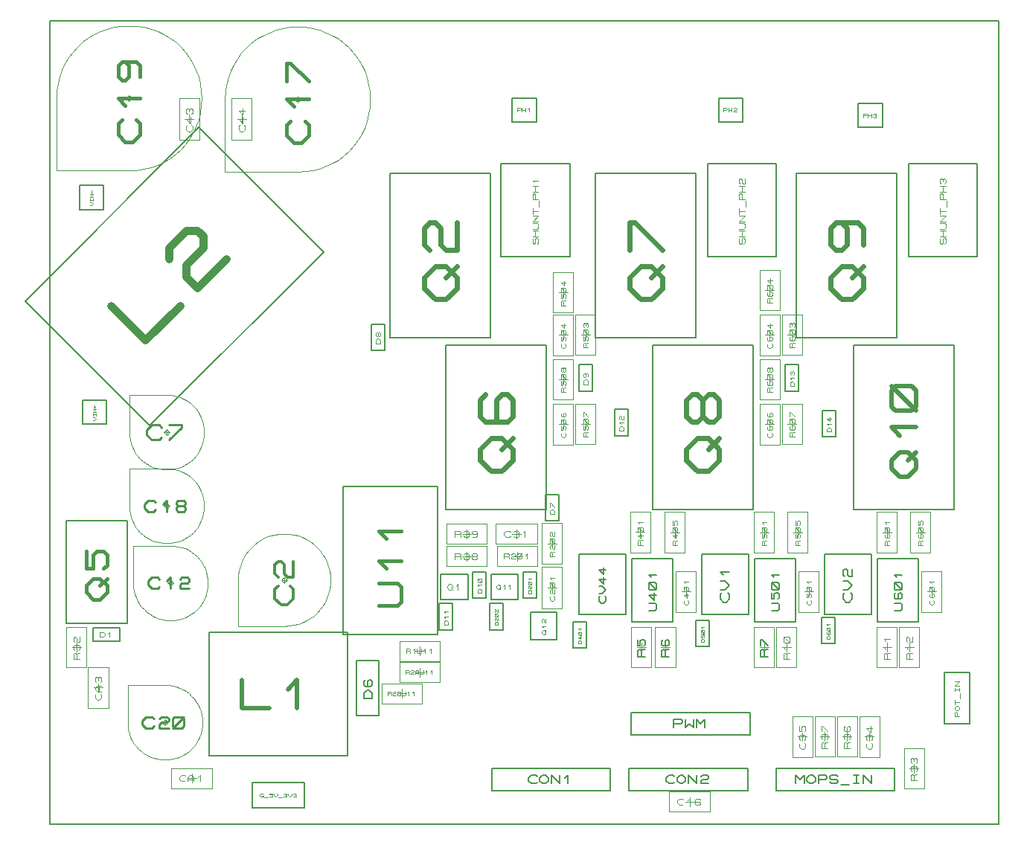
<source format=gbr>
G04 PROTEUS RS274X GERBER FILE*
%FSLAX45Y45*%
%MOMM*%
G01*
%ADD38C,0.203200*%
%ADD91C,0.105410*%
%ADD92C,0.068580*%
%ADD93C,0.389040*%
%ADD94C,0.090090*%
%ADD95C,0.050000*%
%ADD96C,0.116250*%
%ADD97C,0.422590*%
%ADD98C,0.524930*%
%ADD49C,0.152400*%
%ADD99C,0.118750*%
%ADD100C,0.077500*%
%ADD101C,0.054860*%
%ADD102C,0.093000*%
%ADD103C,0.144780*%
%ADD104C,0.137160*%
%ADD105C,0.171450*%
%ADD106C,0.059690*%
%ADD107C,0.095000*%
%ADD108C,0.141000*%
%ADD109C,0.103290*%
%ADD110C,0.077470*%
%ADD111C,0.074610*%
%ADD112C,0.086530*%
%ADD113C,0.160020*%
%ADD114C,0.931330*%
%ADD115C,0.413750*%
%ADD116C,0.067300*%
%ADD117C,0.351660*%
%ADD118C,0.622300*%
%ADD119C,0.466720*%
%ADD120C,0.066420*%
%ADD121C,0.285000*%
%ADD122C,0.213750*%
D38*
X-1079500Y-6413500D02*
X+9715500Y-6413500D01*
X+9715500Y+2730500D01*
X-1079500Y+2730500D01*
X-1079500Y-6413500D01*
X+6403340Y+44450D02*
X+7185660Y+44450D01*
X+7185660Y+1098550D01*
X+6403340Y+1098550D01*
X+6403340Y+44450D01*
D91*
X+6815582Y+192024D02*
X+6826123Y+202565D01*
X+6826123Y+244729D01*
X+6815582Y+255270D01*
X+6805041Y+255270D01*
X+6794500Y+244729D01*
X+6794500Y+202565D01*
X+6783959Y+192024D01*
X+6773418Y+192024D01*
X+6762877Y+202565D01*
X+6762877Y+244729D01*
X+6773418Y+255270D01*
X+6826123Y+276352D02*
X+6762877Y+276352D01*
X+6762877Y+339598D02*
X+6826123Y+339598D01*
X+6794500Y+276352D02*
X+6794500Y+339598D01*
X+6762877Y+360680D02*
X+6815582Y+360680D01*
X+6826123Y+371221D01*
X+6826123Y+413385D01*
X+6815582Y+423926D01*
X+6762877Y+423926D01*
X+6826123Y+445008D02*
X+6762877Y+445008D01*
X+6826123Y+508254D01*
X+6762877Y+508254D01*
X+6762877Y+529336D02*
X+6762877Y+592582D01*
X+6762877Y+560959D02*
X+6826123Y+560959D01*
X+6836664Y+613664D02*
X+6836664Y+676910D01*
X+6826123Y+697992D02*
X+6762877Y+697992D01*
X+6762877Y+750697D01*
X+6773418Y+761238D01*
X+6783959Y+761238D01*
X+6794500Y+750697D01*
X+6794500Y+697992D01*
X+6826123Y+782320D02*
X+6762877Y+782320D01*
X+6762877Y+845566D02*
X+6826123Y+845566D01*
X+6794500Y+782320D02*
X+6794500Y+845566D01*
X+6773418Y+877189D02*
X+6762877Y+887730D01*
X+6762877Y+919353D01*
X+6773418Y+929894D01*
X+6783959Y+929894D01*
X+6794500Y+919353D01*
X+6794500Y+887730D01*
X+6805041Y+877189D01*
X+6826123Y+877189D01*
X+6826123Y+929894D01*
D38*
X+8689340Y+44450D02*
X+9471660Y+44450D01*
X+9471660Y+1098550D01*
X+8689340Y+1098550D01*
X+8689340Y+44450D01*
D91*
X+9101582Y+192024D02*
X+9112123Y+202565D01*
X+9112123Y+244729D01*
X+9101582Y+255270D01*
X+9091041Y+255270D01*
X+9080500Y+244729D01*
X+9080500Y+202565D01*
X+9069959Y+192024D01*
X+9059418Y+192024D01*
X+9048877Y+202565D01*
X+9048877Y+244729D01*
X+9059418Y+255270D01*
X+9112123Y+276352D02*
X+9048877Y+276352D01*
X+9048877Y+339598D02*
X+9112123Y+339598D01*
X+9080500Y+276352D02*
X+9080500Y+339598D01*
X+9048877Y+360680D02*
X+9101582Y+360680D01*
X+9112123Y+371221D01*
X+9112123Y+413385D01*
X+9101582Y+423926D01*
X+9048877Y+423926D01*
X+9112123Y+445008D02*
X+9048877Y+445008D01*
X+9112123Y+508254D01*
X+9048877Y+508254D01*
X+9048877Y+529336D02*
X+9048877Y+592582D01*
X+9048877Y+560959D02*
X+9112123Y+560959D01*
X+9122664Y+613664D02*
X+9122664Y+676910D01*
X+9112123Y+697992D02*
X+9048877Y+697992D01*
X+9048877Y+750697D01*
X+9059418Y+761238D01*
X+9069959Y+761238D01*
X+9080500Y+750697D01*
X+9080500Y+697992D01*
X+9112123Y+782320D02*
X+9048877Y+782320D01*
X+9048877Y+845566D02*
X+9112123Y+845566D01*
X+9080500Y+782320D02*
X+9080500Y+845566D01*
X+9059418Y+877189D02*
X+9048877Y+887730D01*
X+9048877Y+919353D01*
X+9059418Y+929894D01*
X+9069959Y+929894D01*
X+9080500Y+919353D01*
X+9091041Y+929894D01*
X+9101582Y+929894D01*
X+9112123Y+919353D01*
X+9112123Y+887730D01*
X+9101582Y+877189D01*
X+9080500Y+898271D02*
X+9080500Y+919353D01*
D38*
X+4053840Y+44450D02*
X+4836160Y+44450D01*
X+4836160Y+1098550D01*
X+4053840Y+1098550D01*
X+4053840Y+44450D01*
D91*
X+4466082Y+192024D02*
X+4476623Y+202565D01*
X+4476623Y+244729D01*
X+4466082Y+255270D01*
X+4455541Y+255270D01*
X+4445000Y+244729D01*
X+4445000Y+202565D01*
X+4434459Y+192024D01*
X+4423918Y+192024D01*
X+4413377Y+202565D01*
X+4413377Y+244729D01*
X+4423918Y+255270D01*
X+4476623Y+276352D02*
X+4413377Y+276352D01*
X+4413377Y+339598D02*
X+4476623Y+339598D01*
X+4445000Y+276352D02*
X+4445000Y+339598D01*
X+4413377Y+360680D02*
X+4466082Y+360680D01*
X+4476623Y+371221D01*
X+4476623Y+413385D01*
X+4466082Y+423926D01*
X+4413377Y+423926D01*
X+4476623Y+445008D02*
X+4413377Y+445008D01*
X+4476623Y+508254D01*
X+4413377Y+508254D01*
X+4413377Y+529336D02*
X+4413377Y+592582D01*
X+4413377Y+560959D02*
X+4476623Y+560959D01*
X+4487164Y+613664D02*
X+4487164Y+676910D01*
X+4476623Y+697992D02*
X+4413377Y+697992D01*
X+4413377Y+750697D01*
X+4423918Y+761238D01*
X+4434459Y+761238D01*
X+4445000Y+750697D01*
X+4445000Y+697992D01*
X+4476623Y+782320D02*
X+4413377Y+782320D01*
X+4413377Y+845566D02*
X+4476623Y+845566D01*
X+4445000Y+782320D02*
X+4445000Y+845566D01*
X+4434459Y+887730D02*
X+4413377Y+908812D01*
X+4476623Y+908812D01*
D38*
X+4180840Y+1577340D02*
X+4455160Y+1577340D01*
X+4455160Y+1851660D01*
X+4180840Y+1851660D01*
X+4180840Y+1577340D01*
D92*
X+4235704Y+1693926D02*
X+4235704Y+1735074D01*
X+4269994Y+1735074D01*
X+4276852Y+1728216D01*
X+4276852Y+1721358D01*
X+4269994Y+1714500D01*
X+4235704Y+1714500D01*
X+4290568Y+1693926D02*
X+4290568Y+1735074D01*
X+4331716Y+1735074D02*
X+4331716Y+1693926D01*
X+4290568Y+1714500D02*
X+4331716Y+1714500D01*
X+4359148Y+1721358D02*
X+4372864Y+1735074D01*
X+4372864Y+1693926D01*
D38*
X+6530340Y+1577340D02*
X+6804660Y+1577340D01*
X+6804660Y+1851660D01*
X+6530340Y+1851660D01*
X+6530340Y+1577340D01*
D92*
X+6585204Y+1693926D02*
X+6585204Y+1735074D01*
X+6619494Y+1735074D01*
X+6626352Y+1728216D01*
X+6626352Y+1721358D01*
X+6619494Y+1714500D01*
X+6585204Y+1714500D01*
X+6640068Y+1693926D02*
X+6640068Y+1735074D01*
X+6681216Y+1735074D02*
X+6681216Y+1693926D01*
X+6640068Y+1714500D02*
X+6681216Y+1714500D01*
X+6701790Y+1728216D02*
X+6708648Y+1735074D01*
X+6729222Y+1735074D01*
X+6736080Y+1728216D01*
X+6736080Y+1721358D01*
X+6729222Y+1714500D01*
X+6708648Y+1714500D01*
X+6701790Y+1707642D01*
X+6701790Y+1693926D01*
X+6736080Y+1693926D01*
D38*
X+8117840Y+1513840D02*
X+8392160Y+1513840D01*
X+8392160Y+1788160D01*
X+8117840Y+1788160D01*
X+8117840Y+1513840D01*
D92*
X+8172704Y+1630426D02*
X+8172704Y+1671574D01*
X+8206994Y+1671574D01*
X+8213852Y+1664716D01*
X+8213852Y+1657858D01*
X+8206994Y+1651000D01*
X+8172704Y+1651000D01*
X+8227568Y+1630426D02*
X+8227568Y+1671574D01*
X+8268716Y+1671574D02*
X+8268716Y+1630426D01*
X+8227568Y+1651000D02*
X+8268716Y+1651000D01*
X+8289290Y+1664716D02*
X+8296148Y+1671574D01*
X+8316722Y+1671574D01*
X+8323580Y+1664716D01*
X+8323580Y+1657858D01*
X+8316722Y+1651000D01*
X+8323580Y+1644142D01*
X+8323580Y+1637284D01*
X+8316722Y+1630426D01*
X+8296148Y+1630426D01*
X+8289290Y+1637284D01*
X+8303006Y+1651000D02*
X+8316722Y+1651000D01*
D38*
X-895350Y-4127500D02*
X-196850Y-4127500D01*
X-196850Y-2960370D01*
X-895350Y-2960370D01*
X-895350Y-4127500D01*
D93*
X-585004Y-3855169D02*
X-662813Y-3777361D01*
X-662813Y-3699552D01*
X-585004Y-3621744D01*
X-507196Y-3621744D01*
X-429387Y-3699552D01*
X-429387Y-3777361D01*
X-507196Y-3855169D01*
X-585004Y-3855169D01*
X-507196Y-3699552D02*
X-429387Y-3621744D01*
X-662813Y-3310510D02*
X-662813Y-3505031D01*
X-585004Y-3505031D01*
X-585004Y-3349414D01*
X-546100Y-3310510D01*
X-468291Y-3310510D01*
X-429387Y-3349414D01*
X-429387Y-3466127D01*
X-468291Y-3505031D01*
D38*
X-584200Y-4329580D02*
X-285750Y-4329580D01*
X-285750Y-4179420D01*
X-584200Y-4179420D01*
X-584200Y-4329580D01*
D94*
X-507051Y-4281529D02*
X-507051Y-4227472D01*
X-471013Y-4227472D01*
X-452994Y-4245491D01*
X-452994Y-4263510D01*
X-471013Y-4281529D01*
X-507051Y-4281529D01*
X-416956Y-4245491D02*
X-398937Y-4227472D01*
X-398937Y-4281529D01*
D95*
X-659700Y-4629500D02*
X-659700Y-4169500D01*
X-889700Y-4169500D01*
X-889700Y-4629500D01*
X-659700Y-4629500D01*
X-824700Y-4399500D02*
X-724700Y-4399500D01*
X-774700Y-4349500D02*
X-774700Y-4449500D01*
D96*
X-739825Y-4539000D02*
X-809575Y-4539000D01*
X-809575Y-4480875D01*
X-797950Y-4469250D01*
X-786325Y-4469250D01*
X-774700Y-4480875D01*
X-774700Y-4539000D01*
X-774700Y-4480875D02*
X-763075Y-4469250D01*
X-739825Y-4469250D01*
X-797950Y-4434375D02*
X-809575Y-4422750D01*
X-809575Y-4387875D01*
X-797950Y-4376250D01*
X-786325Y-4376250D01*
X-774700Y-4387875D01*
X-763075Y-4376250D01*
X-751450Y-4376250D01*
X-739825Y-4387875D01*
X-739825Y-4422750D01*
X-751450Y-4434375D01*
X-774700Y-4411125D02*
X-774700Y-4387875D01*
X-797950Y-4341375D02*
X-809575Y-4329750D01*
X-809575Y-4294875D01*
X-797950Y-4283250D01*
X-786325Y-4283250D01*
X-774700Y-4294875D01*
X-774700Y-4329750D01*
X-763075Y-4341375D01*
X-739825Y-4341375D01*
X-739825Y-4283250D01*
D38*
X+2256790Y-4260850D02*
X+3331210Y-4260850D01*
X+3331210Y-2570480D01*
X+2256790Y-2570480D01*
X+2256790Y-4260850D01*
D97*
X+2667223Y-3922774D02*
X+2878519Y-3922774D01*
X+2920778Y-3880515D01*
X+2920778Y-3711479D01*
X+2878519Y-3669220D01*
X+2667223Y-3669220D01*
X+2751741Y-3500183D02*
X+2667223Y-3415665D01*
X+2920778Y-3415665D01*
X+2751741Y-3162110D02*
X+2667223Y-3077592D01*
X+2920778Y-3077592D01*
D38*
X+736600Y-5636260D02*
X+2311400Y-5636260D01*
X+2311400Y-4231640D01*
X+736600Y-4231640D01*
X+736600Y-5636260D01*
D98*
X+1104054Y-4776470D02*
X+1104054Y-5091430D01*
X+1419013Y-5091430D01*
X+1628986Y-4881457D02*
X+1733973Y-4776470D01*
X+1733973Y-5091430D01*
D38*
X+2413000Y-5176460D02*
X+2667000Y-5176460D01*
X+2667000Y-4549140D01*
X+2413000Y-4549140D01*
X+2413000Y-5176460D01*
D49*
X+2585720Y-4984720D02*
X+2494280Y-4984720D01*
X+2494280Y-4923760D01*
X+2524760Y-4893280D01*
X+2555240Y-4893280D01*
X+2585720Y-4923760D01*
X+2585720Y-4984720D01*
X+2509520Y-4771360D02*
X+2494280Y-4786600D01*
X+2494280Y-4832320D01*
X+2509520Y-4847560D01*
X+2570480Y-4847560D01*
X+2585720Y-4832320D01*
X+2585720Y-4786600D01*
X+2570480Y-4771360D01*
X+2555240Y-4771360D01*
X+2540000Y-4786600D01*
X+2540000Y-4847560D01*
D95*
X-642800Y-4626700D02*
X-642800Y-5096700D01*
X-412800Y-5096700D01*
X-412800Y-4626700D01*
X-642800Y-4626700D01*
X-477800Y-4861700D02*
X-577800Y-4861700D01*
X-527800Y-4911700D02*
X-527800Y-4811700D01*
D99*
X-504050Y-4932950D02*
X-492175Y-4944825D01*
X-492175Y-4980450D01*
X-515925Y-5004200D01*
X-539675Y-5004200D01*
X-563425Y-4980450D01*
X-563425Y-4944825D01*
X-551550Y-4932950D01*
X-492175Y-4909200D02*
X-539675Y-4909200D01*
X-563425Y-4885450D01*
X-563425Y-4861700D01*
X-539675Y-4837950D01*
X-492175Y-4837950D01*
X-515925Y-4909200D02*
X-515925Y-4837950D01*
X-551550Y-4802325D02*
X-563425Y-4790450D01*
X-563425Y-4754825D01*
X-551550Y-4742950D01*
X-539675Y-4742950D01*
X-527800Y-4754825D01*
X-515925Y-4742950D01*
X-504050Y-4742950D01*
X-492175Y-4754825D01*
X-492175Y-4790450D01*
X-504050Y-4802325D01*
X-527800Y-4778575D02*
X-527800Y-4754825D01*
D95*
X+3359500Y-4330000D02*
X+2899500Y-4330000D01*
X+2899500Y-4560000D01*
X+3359500Y-4560000D01*
X+3359500Y-4330000D01*
X+3129500Y-4495000D02*
X+3129500Y-4395000D01*
X+3079500Y-4445000D02*
X+3179500Y-4445000D01*
D100*
X+2974500Y-4468250D02*
X+2974500Y-4421750D01*
X+3013250Y-4421750D01*
X+3021000Y-4429500D01*
X+3021000Y-4437250D01*
X+3013250Y-4445000D01*
X+2974500Y-4445000D01*
X+3013250Y-4445000D02*
X+3021000Y-4452750D01*
X+3021000Y-4468250D01*
X+3052000Y-4437250D02*
X+3067500Y-4421750D01*
X+3067500Y-4468250D01*
X+3098500Y-4421750D02*
X+3098500Y-4460500D01*
X+3106250Y-4468250D01*
X+3137250Y-4468250D01*
X+3145000Y-4460500D01*
X+3145000Y-4421750D01*
X+3176000Y-4437250D02*
X+3191500Y-4421750D01*
X+3191500Y-4468250D01*
X+3238000Y-4437250D02*
X+3253500Y-4421750D01*
X+3253500Y-4468250D01*
D95*
X+393000Y+1845500D02*
X+393000Y+1375500D01*
X+623000Y+1375500D01*
X+623000Y+1845500D01*
X+393000Y+1845500D01*
X+558000Y+1610500D02*
X+458000Y+1610500D01*
X+508000Y+1560500D02*
X+508000Y+1660500D01*
D99*
X+531750Y+1539250D02*
X+543625Y+1527375D01*
X+543625Y+1491750D01*
X+519875Y+1468000D01*
X+496125Y+1468000D01*
X+472375Y+1491750D01*
X+472375Y+1527375D01*
X+484250Y+1539250D01*
X+519875Y+1634250D02*
X+519875Y+1563000D01*
X+472375Y+1610500D01*
X+543625Y+1610500D01*
X+484250Y+1669875D02*
X+472375Y+1681750D01*
X+472375Y+1717375D01*
X+484250Y+1729250D01*
X+496125Y+1729250D01*
X+508000Y+1717375D01*
X+519875Y+1729250D01*
X+531750Y+1729250D01*
X+543625Y+1717375D01*
X+543625Y+1681750D01*
X+531750Y+1669875D01*
X+508000Y+1693625D02*
X+508000Y+1717375D01*
D95*
X+989900Y+1845500D02*
X+989900Y+1375500D01*
X+1219900Y+1375500D01*
X+1219900Y+1845500D01*
X+989900Y+1845500D01*
X+1154900Y+1610500D02*
X+1054900Y+1610500D01*
X+1104900Y+1560500D02*
X+1104900Y+1660500D01*
D99*
X+1128650Y+1539250D02*
X+1140525Y+1527375D01*
X+1140525Y+1491750D01*
X+1116775Y+1468000D01*
X+1093025Y+1468000D01*
X+1069275Y+1491750D01*
X+1069275Y+1527375D01*
X+1081150Y+1539250D01*
X+1116775Y+1634250D02*
X+1116775Y+1563000D01*
X+1069275Y+1610500D01*
X+1140525Y+1610500D01*
X+1116775Y+1729250D02*
X+1116775Y+1658000D01*
X+1069275Y+1705500D01*
X+1140525Y+1705500D01*
D38*
X-739469Y+581331D02*
X-465149Y+581331D01*
X-465149Y+855651D01*
X-739469Y+855651D01*
X-739469Y+581331D01*
D101*
X-618768Y+630709D02*
X-602309Y+630709D01*
X-585849Y+647168D01*
X-602309Y+663627D01*
X-618768Y+663627D01*
X-618768Y+680086D02*
X-618768Y+702031D01*
X-618768Y+691059D02*
X-585849Y+691059D01*
X-585849Y+680086D02*
X-585849Y+702031D01*
X-585849Y+718491D02*
X-618768Y+718491D01*
X-585849Y+751409D01*
X-618768Y+751409D01*
X-602309Y+767868D02*
X-602309Y+795300D01*
D38*
X-708660Y-1864360D02*
X-434340Y-1864360D01*
X-434340Y-1590040D01*
X-708660Y-1590040D01*
X-708660Y-1864360D01*
D101*
X-587959Y-1814982D02*
X-571500Y-1814982D01*
X-555040Y-1798523D01*
X-571500Y-1782064D01*
X-587959Y-1782064D01*
X-587959Y-1765605D02*
X-587959Y-1743660D01*
X-587959Y-1754632D02*
X-555040Y-1754632D01*
X-555040Y-1765605D02*
X-555040Y-1743660D01*
X-555040Y-1727200D02*
X-587959Y-1727200D01*
X-555040Y-1694282D01*
X-587959Y-1694282D01*
X-571500Y-1683309D02*
X-571500Y-1650391D01*
X-582472Y-1666850D02*
X-560527Y-1666850D01*
D95*
X+5917500Y-2863500D02*
X+5917500Y-3323500D01*
X+6147500Y-3323500D01*
X+6147500Y-2863500D01*
X+5917500Y-2863500D01*
X+6082500Y-3093500D02*
X+5982500Y-3093500D01*
X+6032500Y-3143500D02*
X+6032500Y-3043500D01*
D102*
X+6060400Y-3242300D02*
X+6004600Y-3242300D01*
X+6004600Y-3195800D01*
X+6013900Y-3186500D01*
X+6023200Y-3186500D01*
X+6032500Y-3195800D01*
X+6032500Y-3242300D01*
X+6032500Y-3195800D02*
X+6041800Y-3186500D01*
X+6060400Y-3186500D01*
X+6041800Y-3112100D02*
X+6041800Y-3167900D01*
X+6004600Y-3130700D01*
X+6060400Y-3130700D01*
X+6051100Y-3093500D02*
X+6013900Y-3093500D01*
X+6004600Y-3084200D01*
X+6004600Y-3047000D01*
X+6013900Y-3037700D01*
X+6051100Y-3037700D01*
X+6060400Y-3047000D01*
X+6060400Y-3084200D01*
X+6051100Y-3093500D01*
X+6060400Y-3093500D02*
X+6004600Y-3037700D01*
X+6004600Y-2963300D02*
X+6004600Y-3009800D01*
X+6023200Y-3009800D01*
X+6023200Y-2972600D01*
X+6032500Y-2963300D01*
X+6051100Y-2963300D01*
X+6060400Y-2972600D01*
X+6060400Y-3000500D01*
X+6051100Y-3009800D01*
D95*
X+5523800Y-2861400D02*
X+5523800Y-3321400D01*
X+5753800Y-3321400D01*
X+5753800Y-2861400D01*
X+5523800Y-2861400D01*
X+5688800Y-3091400D02*
X+5588800Y-3091400D01*
X+5638800Y-3141400D02*
X+5638800Y-3041400D01*
D102*
X+5666700Y-3240200D02*
X+5610900Y-3240200D01*
X+5610900Y-3193700D01*
X+5620200Y-3184400D01*
X+5629500Y-3184400D01*
X+5638800Y-3193700D01*
X+5638800Y-3240200D01*
X+5638800Y-3193700D02*
X+5648100Y-3184400D01*
X+5666700Y-3184400D01*
X+5648100Y-3110000D02*
X+5648100Y-3165800D01*
X+5610900Y-3128600D01*
X+5666700Y-3128600D01*
X+5657400Y-3091400D02*
X+5620200Y-3091400D01*
X+5610900Y-3082100D01*
X+5610900Y-3044900D01*
X+5620200Y-3035600D01*
X+5657400Y-3035600D01*
X+5666700Y-3044900D01*
X+5666700Y-3082100D01*
X+5657400Y-3091400D01*
X+5666700Y-3091400D02*
X+5610900Y-3035600D01*
X+5629500Y-2998400D02*
X+5610900Y-2979800D01*
X+5666700Y-2979800D01*
D38*
X+5544820Y-4114800D02*
X+6012180Y-4114800D01*
X+6012180Y-3390900D01*
X+5544820Y-3390900D01*
X+5544820Y-4114800D01*
D103*
X+5735066Y-3984498D02*
X+5807456Y-3984498D01*
X+5821934Y-3970020D01*
X+5821934Y-3912108D01*
X+5807456Y-3897630D01*
X+5735066Y-3897630D01*
X+5792978Y-3781806D02*
X+5792978Y-3868674D01*
X+5735066Y-3810762D01*
X+5821934Y-3810762D01*
X+5807456Y-3752850D02*
X+5749544Y-3752850D01*
X+5735066Y-3738372D01*
X+5735066Y-3680460D01*
X+5749544Y-3665982D01*
X+5807456Y-3665982D01*
X+5821934Y-3680460D01*
X+5821934Y-3738372D01*
X+5807456Y-3752850D01*
X+5821934Y-3752850D02*
X+5735066Y-3665982D01*
X+5764022Y-3608070D02*
X+5735066Y-3579114D01*
X+5821934Y-3579114D01*
D38*
X+6941820Y-4114800D02*
X+7409180Y-4114800D01*
X+7409180Y-3390900D01*
X+6941820Y-3390900D01*
X+6941820Y-4114800D01*
D103*
X+7132066Y-3984498D02*
X+7204456Y-3984498D01*
X+7218934Y-3970020D01*
X+7218934Y-3912108D01*
X+7204456Y-3897630D01*
X+7132066Y-3897630D01*
X+7132066Y-3781806D02*
X+7132066Y-3854196D01*
X+7161022Y-3854196D01*
X+7161022Y-3796284D01*
X+7175500Y-3781806D01*
X+7204456Y-3781806D01*
X+7218934Y-3796284D01*
X+7218934Y-3839718D01*
X+7204456Y-3854196D01*
X+7204456Y-3752850D02*
X+7146544Y-3752850D01*
X+7132066Y-3738372D01*
X+7132066Y-3680460D01*
X+7146544Y-3665982D01*
X+7204456Y-3665982D01*
X+7218934Y-3680460D01*
X+7218934Y-3738372D01*
X+7204456Y-3752850D01*
X+7218934Y-3752850D02*
X+7132066Y-3665982D01*
X+7161022Y-3608070D02*
X+7132066Y-3579114D01*
X+7218934Y-3579114D01*
D38*
X+8338820Y-4114800D02*
X+8806180Y-4114800D01*
X+8806180Y-3390900D01*
X+8338820Y-3390900D01*
X+8338820Y-4114800D01*
D103*
X+8529066Y-3984498D02*
X+8601456Y-3984498D01*
X+8615934Y-3970020D01*
X+8615934Y-3912108D01*
X+8601456Y-3897630D01*
X+8529066Y-3897630D01*
X+8543544Y-3781806D02*
X+8529066Y-3796284D01*
X+8529066Y-3839718D01*
X+8543544Y-3854196D01*
X+8601456Y-3854196D01*
X+8615934Y-3839718D01*
X+8615934Y-3796284D01*
X+8601456Y-3781806D01*
X+8586978Y-3781806D01*
X+8572500Y-3796284D01*
X+8572500Y-3854196D01*
X+8601456Y-3752850D02*
X+8543544Y-3752850D01*
X+8529066Y-3738372D01*
X+8529066Y-3680460D01*
X+8543544Y-3665982D01*
X+8601456Y-3665982D01*
X+8615934Y-3680460D01*
X+8615934Y-3738372D01*
X+8601456Y-3752850D01*
X+8615934Y-3752850D02*
X+8529066Y-3665982D01*
X+8558022Y-3608070D02*
X+8529066Y-3579114D01*
X+8615934Y-3579114D01*
D95*
X+6933500Y-2863500D02*
X+6933500Y-3323500D01*
X+7163500Y-3323500D01*
X+7163500Y-2863500D01*
X+6933500Y-2863500D01*
X+7098500Y-3093500D02*
X+6998500Y-3093500D01*
X+7048500Y-3143500D02*
X+7048500Y-3043500D01*
D102*
X+7076400Y-3242300D02*
X+7020600Y-3242300D01*
X+7020600Y-3195800D01*
X+7029900Y-3186500D01*
X+7039200Y-3186500D01*
X+7048500Y-3195800D01*
X+7048500Y-3242300D01*
X+7048500Y-3195800D02*
X+7057800Y-3186500D01*
X+7076400Y-3186500D01*
X+7020600Y-3112100D02*
X+7020600Y-3158600D01*
X+7039200Y-3158600D01*
X+7039200Y-3121400D01*
X+7048500Y-3112100D01*
X+7067100Y-3112100D01*
X+7076400Y-3121400D01*
X+7076400Y-3149300D01*
X+7067100Y-3158600D01*
X+7067100Y-3093500D02*
X+7029900Y-3093500D01*
X+7020600Y-3084200D01*
X+7020600Y-3047000D01*
X+7029900Y-3037700D01*
X+7067100Y-3037700D01*
X+7076400Y-3047000D01*
X+7076400Y-3084200D01*
X+7067100Y-3093500D01*
X+7076400Y-3093500D02*
X+7020600Y-3037700D01*
X+7039200Y-3000500D02*
X+7020600Y-2981900D01*
X+7076400Y-2981900D01*
D38*
X+4942840Y-4025900D02*
X+5471160Y-4025900D01*
X+5471160Y-3340100D01*
X+4942840Y-3340100D01*
X+4942840Y-4025900D01*
D104*
X+5234432Y-3820160D02*
X+5248148Y-3833876D01*
X+5248148Y-3875024D01*
X+5220716Y-3902456D01*
X+5193284Y-3902456D01*
X+5165852Y-3875024D01*
X+5165852Y-3833876D01*
X+5179568Y-3820160D01*
X+5165852Y-3792728D02*
X+5207000Y-3792728D01*
X+5248148Y-3751580D01*
X+5207000Y-3710432D01*
X+5165852Y-3710432D01*
X+5220716Y-3600704D02*
X+5220716Y-3683000D01*
X+5165852Y-3628136D01*
X+5248148Y-3628136D01*
X+5220716Y-3490976D02*
X+5220716Y-3573272D01*
X+5165852Y-3518408D01*
X+5248148Y-3518408D01*
D38*
X+6339840Y-4025900D02*
X+6868160Y-4025900D01*
X+6868160Y-3340100D01*
X+6339840Y-3340100D01*
X+6339840Y-4025900D01*
D105*
X+6638290Y-3785870D02*
X+6655435Y-3803015D01*
X+6655435Y-3854450D01*
X+6621145Y-3888740D01*
X+6586855Y-3888740D01*
X+6552565Y-3854450D01*
X+6552565Y-3803015D01*
X+6569710Y-3785870D01*
X+6552565Y-3751580D02*
X+6604000Y-3751580D01*
X+6655435Y-3700145D01*
X+6604000Y-3648710D01*
X+6552565Y-3648710D01*
X+6586855Y-3580130D02*
X+6552565Y-3545840D01*
X+6655435Y-3545840D01*
D38*
X+7736840Y-4025900D02*
X+8265160Y-4025900D01*
X+8265160Y-3340100D01*
X+7736840Y-3340100D01*
X+7736840Y-4025900D01*
D105*
X+8035290Y-3785870D02*
X+8052435Y-3803015D01*
X+8052435Y-3854450D01*
X+8018145Y-3888740D01*
X+7983855Y-3888740D01*
X+7949565Y-3854450D01*
X+7949565Y-3803015D01*
X+7966710Y-3785870D01*
X+7949565Y-3751580D02*
X+8001000Y-3751580D01*
X+8052435Y-3700145D01*
X+8001000Y-3648710D01*
X+7949565Y-3648710D01*
X+7966710Y-3597275D02*
X+7949565Y-3580130D01*
X+7949565Y-3528695D01*
X+7966710Y-3511550D01*
X+7983855Y-3511550D01*
X+8001000Y-3528695D01*
X+8001000Y-3580130D01*
X+8018145Y-3597275D01*
X+8052435Y-3597275D01*
X+8052435Y-3511550D01*
D38*
X+4877920Y-4413250D02*
X+5028080Y-4413250D01*
X+5028080Y-4114800D01*
X+4877920Y-4114800D01*
X+4877920Y-4413250D01*
D106*
X+4970907Y-4359529D02*
X+4935093Y-4359529D01*
X+4935093Y-4335653D01*
X+4947031Y-4323715D01*
X+4958969Y-4323715D01*
X+4970907Y-4335653D01*
X+4970907Y-4359529D01*
X+4958969Y-4275963D02*
X+4958969Y-4311777D01*
X+4935093Y-4287901D01*
X+4970907Y-4287901D01*
X+4964938Y-4264025D02*
X+4941062Y-4264025D01*
X+4935093Y-4258056D01*
X+4935093Y-4234180D01*
X+4941062Y-4228211D01*
X+4964938Y-4228211D01*
X+4970907Y-4234180D01*
X+4970907Y-4258056D01*
X+4964938Y-4264025D01*
X+4970907Y-4264025D02*
X+4935093Y-4228211D01*
X+4947031Y-4204335D02*
X+4935093Y-4192397D01*
X+4970907Y-4192397D01*
D38*
X+6274920Y-4394200D02*
X+6425080Y-4394200D01*
X+6425080Y-4095750D01*
X+6274920Y-4095750D01*
X+6274920Y-4394200D01*
D106*
X+6367907Y-4340479D02*
X+6332093Y-4340479D01*
X+6332093Y-4316603D01*
X+6344031Y-4304665D01*
X+6355969Y-4304665D01*
X+6367907Y-4316603D01*
X+6367907Y-4340479D01*
X+6332093Y-4256913D02*
X+6332093Y-4286758D01*
X+6344031Y-4286758D01*
X+6344031Y-4262882D01*
X+6350000Y-4256913D01*
X+6361938Y-4256913D01*
X+6367907Y-4262882D01*
X+6367907Y-4280789D01*
X+6361938Y-4286758D01*
X+6361938Y-4244975D02*
X+6338062Y-4244975D01*
X+6332093Y-4239006D01*
X+6332093Y-4215130D01*
X+6338062Y-4209161D01*
X+6361938Y-4209161D01*
X+6367907Y-4215130D01*
X+6367907Y-4239006D01*
X+6361938Y-4244975D01*
X+6367907Y-4244975D02*
X+6332093Y-4209161D01*
X+6344031Y-4185285D02*
X+6332093Y-4173347D01*
X+6367907Y-4173347D01*
D38*
X+7703670Y-4362450D02*
X+7853830Y-4362450D01*
X+7853830Y-4064000D01*
X+7703670Y-4064000D01*
X+7703670Y-4362450D01*
D106*
X+7796657Y-4308729D02*
X+7760843Y-4308729D01*
X+7760843Y-4284853D01*
X+7772781Y-4272915D01*
X+7784719Y-4272915D01*
X+7796657Y-4284853D01*
X+7796657Y-4308729D01*
X+7766812Y-4225163D02*
X+7760843Y-4231132D01*
X+7760843Y-4249039D01*
X+7766812Y-4255008D01*
X+7790688Y-4255008D01*
X+7796657Y-4249039D01*
X+7796657Y-4231132D01*
X+7790688Y-4225163D01*
X+7784719Y-4225163D01*
X+7778750Y-4231132D01*
X+7778750Y-4255008D01*
X+7790688Y-4213225D02*
X+7766812Y-4213225D01*
X+7760843Y-4207256D01*
X+7760843Y-4183380D01*
X+7766812Y-4177411D01*
X+7790688Y-4177411D01*
X+7796657Y-4183380D01*
X+7796657Y-4207256D01*
X+7790688Y-4213225D01*
X+7796657Y-4213225D02*
X+7760843Y-4177411D01*
X+7772781Y-4153535D02*
X+7760843Y-4141597D01*
X+7796657Y-4141597D01*
D95*
X+6044500Y-3534500D02*
X+6044500Y-4004500D01*
X+6274500Y-4004500D01*
X+6274500Y-3534500D01*
X+6044500Y-3534500D01*
X+6209500Y-3769500D02*
X+6109500Y-3769500D01*
X+6159500Y-3819500D02*
X+6159500Y-3719500D01*
D107*
X+6178500Y-3864500D02*
X+6188000Y-3874000D01*
X+6188000Y-3902500D01*
X+6169000Y-3921500D01*
X+6150000Y-3921500D01*
X+6131000Y-3902500D01*
X+6131000Y-3874000D01*
X+6140500Y-3864500D01*
X+6169000Y-3788500D02*
X+6169000Y-3845500D01*
X+6131000Y-3807500D01*
X+6188000Y-3807500D01*
X+6178500Y-3769500D02*
X+6140500Y-3769500D01*
X+6131000Y-3760000D01*
X+6131000Y-3722000D01*
X+6140500Y-3712500D01*
X+6178500Y-3712500D01*
X+6188000Y-3722000D01*
X+6188000Y-3760000D01*
X+6178500Y-3769500D01*
X+6188000Y-3769500D02*
X+6131000Y-3712500D01*
X+6150000Y-3674500D02*
X+6131000Y-3655500D01*
X+6188000Y-3655500D01*
D95*
X+7441500Y-3534500D02*
X+7441500Y-4004500D01*
X+7671500Y-4004500D01*
X+7671500Y-3534500D01*
X+7441500Y-3534500D01*
X+7606500Y-3769500D02*
X+7506500Y-3769500D01*
X+7556500Y-3819500D02*
X+7556500Y-3719500D01*
D107*
X+7575500Y-3864500D02*
X+7585000Y-3874000D01*
X+7585000Y-3902500D01*
X+7566000Y-3921500D01*
X+7547000Y-3921500D01*
X+7528000Y-3902500D01*
X+7528000Y-3874000D01*
X+7537500Y-3864500D01*
X+7528000Y-3788500D02*
X+7528000Y-3836000D01*
X+7547000Y-3836000D01*
X+7547000Y-3798000D01*
X+7556500Y-3788500D01*
X+7575500Y-3788500D01*
X+7585000Y-3798000D01*
X+7585000Y-3826500D01*
X+7575500Y-3836000D01*
X+7575500Y-3769500D02*
X+7537500Y-3769500D01*
X+7528000Y-3760000D01*
X+7528000Y-3722000D01*
X+7537500Y-3712500D01*
X+7575500Y-3712500D01*
X+7585000Y-3722000D01*
X+7585000Y-3760000D01*
X+7575500Y-3769500D01*
X+7585000Y-3769500D02*
X+7528000Y-3712500D01*
X+7547000Y-3674500D02*
X+7528000Y-3655500D01*
X+7585000Y-3655500D01*
D95*
X+8838500Y-3534500D02*
X+8838500Y-4004500D01*
X+9068500Y-4004500D01*
X+9068500Y-3534500D01*
X+8838500Y-3534500D01*
X+9003500Y-3769500D02*
X+8903500Y-3769500D01*
X+8953500Y-3819500D02*
X+8953500Y-3719500D01*
D107*
X+8972500Y-3864500D02*
X+8982000Y-3874000D01*
X+8982000Y-3902500D01*
X+8963000Y-3921500D01*
X+8944000Y-3921500D01*
X+8925000Y-3902500D01*
X+8925000Y-3874000D01*
X+8934500Y-3864500D01*
X+8934500Y-3788500D02*
X+8925000Y-3798000D01*
X+8925000Y-3826500D01*
X+8934500Y-3836000D01*
X+8972500Y-3836000D01*
X+8982000Y-3826500D01*
X+8982000Y-3798000D01*
X+8972500Y-3788500D01*
X+8963000Y-3788500D01*
X+8953500Y-3798000D01*
X+8953500Y-3836000D01*
X+8972500Y-3769500D02*
X+8934500Y-3769500D01*
X+8925000Y-3760000D01*
X+8925000Y-3722000D01*
X+8934500Y-3712500D01*
X+8972500Y-3712500D01*
X+8982000Y-3722000D01*
X+8982000Y-3760000D01*
X+8972500Y-3769500D01*
X+8982000Y-3769500D02*
X+8925000Y-3712500D01*
X+8944000Y-3674500D02*
X+8925000Y-3655500D01*
X+8982000Y-3655500D01*
D95*
X+7314500Y-2863500D02*
X+7314500Y-3323500D01*
X+7544500Y-3323500D01*
X+7544500Y-2863500D01*
X+7314500Y-2863500D01*
X+7479500Y-3093500D02*
X+7379500Y-3093500D01*
X+7429500Y-3143500D02*
X+7429500Y-3043500D01*
D102*
X+7457400Y-3242300D02*
X+7401600Y-3242300D01*
X+7401600Y-3195800D01*
X+7410900Y-3186500D01*
X+7420200Y-3186500D01*
X+7429500Y-3195800D01*
X+7429500Y-3242300D01*
X+7429500Y-3195800D02*
X+7438800Y-3186500D01*
X+7457400Y-3186500D01*
X+7401600Y-3112100D02*
X+7401600Y-3158600D01*
X+7420200Y-3158600D01*
X+7420200Y-3121400D01*
X+7429500Y-3112100D01*
X+7448100Y-3112100D01*
X+7457400Y-3121400D01*
X+7457400Y-3149300D01*
X+7448100Y-3158600D01*
X+7448100Y-3093500D02*
X+7410900Y-3093500D01*
X+7401600Y-3084200D01*
X+7401600Y-3047000D01*
X+7410900Y-3037700D01*
X+7448100Y-3037700D01*
X+7457400Y-3047000D01*
X+7457400Y-3084200D01*
X+7448100Y-3093500D01*
X+7457400Y-3093500D02*
X+7401600Y-3037700D01*
X+7401600Y-2963300D02*
X+7401600Y-3009800D01*
X+7420200Y-3009800D01*
X+7420200Y-2972600D01*
X+7429500Y-2963300D01*
X+7448100Y-2963300D01*
X+7457400Y-2972600D01*
X+7457400Y-3000500D01*
X+7448100Y-3009800D01*
D95*
X+8330500Y-2863500D02*
X+8330500Y-3323500D01*
X+8560500Y-3323500D01*
X+8560500Y-2863500D01*
X+8330500Y-2863500D01*
X+8495500Y-3093500D02*
X+8395500Y-3093500D01*
X+8445500Y-3143500D02*
X+8445500Y-3043500D01*
D102*
X+8473400Y-3242300D02*
X+8417600Y-3242300D01*
X+8417600Y-3195800D01*
X+8426900Y-3186500D01*
X+8436200Y-3186500D01*
X+8445500Y-3195800D01*
X+8445500Y-3242300D01*
X+8445500Y-3195800D02*
X+8454800Y-3186500D01*
X+8473400Y-3186500D01*
X+8426900Y-3112100D02*
X+8417600Y-3121400D01*
X+8417600Y-3149300D01*
X+8426900Y-3158600D01*
X+8464100Y-3158600D01*
X+8473400Y-3149300D01*
X+8473400Y-3121400D01*
X+8464100Y-3112100D01*
X+8454800Y-3112100D01*
X+8445500Y-3121400D01*
X+8445500Y-3158600D01*
X+8464100Y-3093500D02*
X+8426900Y-3093500D01*
X+8417600Y-3084200D01*
X+8417600Y-3047000D01*
X+8426900Y-3037700D01*
X+8464100Y-3037700D01*
X+8473400Y-3047000D01*
X+8473400Y-3084200D01*
X+8464100Y-3093500D01*
X+8473400Y-3093500D02*
X+8417600Y-3037700D01*
X+8436200Y-3000500D02*
X+8417600Y-2981900D01*
X+8473400Y-2981900D01*
D95*
X+8711500Y-2863500D02*
X+8711500Y-3323500D01*
X+8941500Y-3323500D01*
X+8941500Y-2863500D01*
X+8711500Y-2863500D01*
X+8876500Y-3093500D02*
X+8776500Y-3093500D01*
X+8826500Y-3143500D02*
X+8826500Y-3043500D01*
D102*
X+8854400Y-3242300D02*
X+8798600Y-3242300D01*
X+8798600Y-3195800D01*
X+8807900Y-3186500D01*
X+8817200Y-3186500D01*
X+8826500Y-3195800D01*
X+8826500Y-3242300D01*
X+8826500Y-3195800D02*
X+8835800Y-3186500D01*
X+8854400Y-3186500D01*
X+8807900Y-3112100D02*
X+8798600Y-3121400D01*
X+8798600Y-3149300D01*
X+8807900Y-3158600D01*
X+8845100Y-3158600D01*
X+8854400Y-3149300D01*
X+8854400Y-3121400D01*
X+8845100Y-3112100D01*
X+8835800Y-3112100D01*
X+8826500Y-3121400D01*
X+8826500Y-3158600D01*
X+8845100Y-3093500D02*
X+8807900Y-3093500D01*
X+8798600Y-3084200D01*
X+8798600Y-3047000D01*
X+8807900Y-3037700D01*
X+8845100Y-3037700D01*
X+8854400Y-3047000D01*
X+8854400Y-3084200D01*
X+8845100Y-3093500D01*
X+8854400Y-3093500D02*
X+8798600Y-3037700D01*
X+8798600Y-2963300D02*
X+8798600Y-3009800D01*
X+8817200Y-3009800D01*
X+8817200Y-2972600D01*
X+8826500Y-2963300D01*
X+8845100Y-2963300D01*
X+8854400Y-2972600D01*
X+8854400Y-3000500D01*
X+8845100Y-3009800D01*
D95*
X+5766500Y-4629500D02*
X+5766500Y-4169500D01*
X+5536500Y-4169500D01*
X+5536500Y-4629500D01*
X+5766500Y-4629500D01*
X+5601500Y-4399500D02*
X+5701500Y-4399500D01*
X+5651500Y-4349500D02*
X+5651500Y-4449500D01*
D108*
X+5693800Y-4512300D02*
X+5609200Y-4512300D01*
X+5609200Y-4441800D01*
X+5623300Y-4427700D01*
X+5637400Y-4427700D01*
X+5651500Y-4441800D01*
X+5651500Y-4512300D01*
X+5651500Y-4441800D02*
X+5665600Y-4427700D01*
X+5693800Y-4427700D01*
X+5609200Y-4314900D02*
X+5609200Y-4385400D01*
X+5637400Y-4385400D01*
X+5637400Y-4329000D01*
X+5651500Y-4314900D01*
X+5679700Y-4314900D01*
X+5693800Y-4329000D01*
X+5693800Y-4371300D01*
X+5679700Y-4385400D01*
D95*
X+6038000Y-4629500D02*
X+6038000Y-4169500D01*
X+5808000Y-4169500D01*
X+5808000Y-4629500D01*
X+6038000Y-4629500D01*
X+5873000Y-4399500D02*
X+5973000Y-4399500D01*
X+5923000Y-4349500D02*
X+5923000Y-4449500D01*
D108*
X+5965300Y-4512300D02*
X+5880700Y-4512300D01*
X+5880700Y-4441800D01*
X+5894800Y-4427700D01*
X+5908900Y-4427700D01*
X+5923000Y-4441800D01*
X+5923000Y-4512300D01*
X+5923000Y-4441800D02*
X+5937100Y-4427700D01*
X+5965300Y-4427700D01*
X+5894800Y-4314900D02*
X+5880700Y-4329000D01*
X+5880700Y-4371300D01*
X+5894800Y-4385400D01*
X+5951200Y-4385400D01*
X+5965300Y-4371300D01*
X+5965300Y-4329000D01*
X+5951200Y-4314900D01*
X+5937100Y-4314900D01*
X+5923000Y-4329000D01*
X+5923000Y-4385400D01*
D95*
X+7163500Y-4629500D02*
X+7163500Y-4169500D01*
X+6933500Y-4169500D01*
X+6933500Y-4629500D01*
X+7163500Y-4629500D01*
X+6998500Y-4399500D02*
X+7098500Y-4399500D01*
X+7048500Y-4349500D02*
X+7048500Y-4449500D01*
D108*
X+7090800Y-4512300D02*
X+7006200Y-4512300D01*
X+7006200Y-4441800D01*
X+7020300Y-4427700D01*
X+7034400Y-4427700D01*
X+7048500Y-4441800D01*
X+7048500Y-4512300D01*
X+7048500Y-4441800D02*
X+7062600Y-4427700D01*
X+7090800Y-4427700D01*
X+7006200Y-4385400D02*
X+7006200Y-4314900D01*
X+7020300Y-4314900D01*
X+7090800Y-4385400D01*
D95*
X+4901500Y-613500D02*
X+4901500Y-1073500D01*
X+5131500Y-1073500D01*
X+5131500Y-613500D01*
X+4901500Y-613500D01*
X+5066500Y-843500D02*
X+4966500Y-843500D01*
X+5016500Y-893500D02*
X+5016500Y-793500D01*
D102*
X+5044400Y-992300D02*
X+4988600Y-992300D01*
X+4988600Y-945800D01*
X+4997900Y-936500D01*
X+5007200Y-936500D01*
X+5016500Y-945800D01*
X+5016500Y-992300D01*
X+5016500Y-945800D02*
X+5025800Y-936500D01*
X+5044400Y-936500D01*
X+4988600Y-862100D02*
X+4988600Y-908600D01*
X+5007200Y-908600D01*
X+5007200Y-871400D01*
X+5016500Y-862100D01*
X+5035100Y-862100D01*
X+5044400Y-871400D01*
X+5044400Y-899300D01*
X+5035100Y-908600D01*
X+5035100Y-843500D02*
X+4997900Y-843500D01*
X+4988600Y-834200D01*
X+4988600Y-797000D01*
X+4997900Y-787700D01*
X+5035100Y-787700D01*
X+5044400Y-797000D01*
X+5044400Y-834200D01*
X+5035100Y-843500D01*
X+5044400Y-843500D02*
X+4988600Y-787700D01*
X+4997900Y-759800D02*
X+4988600Y-750500D01*
X+4988600Y-722600D01*
X+4997900Y-713300D01*
X+5007200Y-713300D01*
X+5016500Y-722600D01*
X+5025800Y-713300D01*
X+5035100Y-713300D01*
X+5044400Y-722600D01*
X+5044400Y-750500D01*
X+5035100Y-759800D01*
X+5016500Y-741200D02*
X+5016500Y-722600D01*
D95*
X+4647500Y-133000D02*
X+4647500Y-593000D01*
X+4877500Y-593000D01*
X+4877500Y-133000D01*
X+4647500Y-133000D01*
X+4812500Y-363000D02*
X+4712500Y-363000D01*
X+4762500Y-413000D02*
X+4762500Y-313000D01*
D102*
X+4790400Y-511800D02*
X+4734600Y-511800D01*
X+4734600Y-465300D01*
X+4743900Y-456000D01*
X+4753200Y-456000D01*
X+4762500Y-465300D01*
X+4762500Y-511800D01*
X+4762500Y-465300D02*
X+4771800Y-456000D01*
X+4790400Y-456000D01*
X+4734600Y-381600D02*
X+4734600Y-428100D01*
X+4753200Y-428100D01*
X+4753200Y-390900D01*
X+4762500Y-381600D01*
X+4781100Y-381600D01*
X+4790400Y-390900D01*
X+4790400Y-418800D01*
X+4781100Y-428100D01*
X+4781100Y-363000D02*
X+4743900Y-363000D01*
X+4734600Y-353700D01*
X+4734600Y-316500D01*
X+4743900Y-307200D01*
X+4781100Y-307200D01*
X+4790400Y-316500D01*
X+4790400Y-353700D01*
X+4781100Y-363000D01*
X+4790400Y-363000D02*
X+4734600Y-307200D01*
X+4771800Y-232800D02*
X+4771800Y-288600D01*
X+4734600Y-251400D01*
X+4790400Y-251400D01*
D95*
X+4901500Y-1629500D02*
X+4901500Y-2089500D01*
X+5131500Y-2089500D01*
X+5131500Y-1629500D01*
X+4901500Y-1629500D01*
X+5066500Y-1859500D02*
X+4966500Y-1859500D01*
X+5016500Y-1909500D02*
X+5016500Y-1809500D01*
D102*
X+5044400Y-2008300D02*
X+4988600Y-2008300D01*
X+4988600Y-1961800D01*
X+4997900Y-1952500D01*
X+5007200Y-1952500D01*
X+5016500Y-1961800D01*
X+5016500Y-2008300D01*
X+5016500Y-1961800D02*
X+5025800Y-1952500D01*
X+5044400Y-1952500D01*
X+4988600Y-1878100D02*
X+4988600Y-1924600D01*
X+5007200Y-1924600D01*
X+5007200Y-1887400D01*
X+5016500Y-1878100D01*
X+5035100Y-1878100D01*
X+5044400Y-1887400D01*
X+5044400Y-1915300D01*
X+5035100Y-1924600D01*
X+5035100Y-1859500D02*
X+4997900Y-1859500D01*
X+4988600Y-1850200D01*
X+4988600Y-1813000D01*
X+4997900Y-1803700D01*
X+5035100Y-1803700D01*
X+5044400Y-1813000D01*
X+5044400Y-1850200D01*
X+5035100Y-1859500D01*
X+5044400Y-1859500D02*
X+4988600Y-1803700D01*
X+4988600Y-1775800D02*
X+4988600Y-1729300D01*
X+4997900Y-1729300D01*
X+5044400Y-1775800D01*
D95*
X+4647500Y-1121500D02*
X+4647500Y-1581500D01*
X+4877500Y-1581500D01*
X+4877500Y-1121500D01*
X+4647500Y-1121500D01*
X+4812500Y-1351500D02*
X+4712500Y-1351500D01*
X+4762500Y-1401500D02*
X+4762500Y-1301500D01*
D102*
X+4790400Y-1500300D02*
X+4734600Y-1500300D01*
X+4734600Y-1453800D01*
X+4743900Y-1444500D01*
X+4753200Y-1444500D01*
X+4762500Y-1453800D01*
X+4762500Y-1500300D01*
X+4762500Y-1453800D02*
X+4771800Y-1444500D01*
X+4790400Y-1444500D01*
X+4734600Y-1370100D02*
X+4734600Y-1416600D01*
X+4753200Y-1416600D01*
X+4753200Y-1379400D01*
X+4762500Y-1370100D01*
X+4781100Y-1370100D01*
X+4790400Y-1379400D01*
X+4790400Y-1407300D01*
X+4781100Y-1416600D01*
X+4781100Y-1351500D02*
X+4743900Y-1351500D01*
X+4734600Y-1342200D01*
X+4734600Y-1305000D01*
X+4743900Y-1295700D01*
X+4781100Y-1295700D01*
X+4790400Y-1305000D01*
X+4790400Y-1342200D01*
X+4781100Y-1351500D01*
X+4790400Y-1351500D02*
X+4734600Y-1295700D01*
X+4762500Y-1258500D02*
X+4753200Y-1267800D01*
X+4743900Y-1267800D01*
X+4734600Y-1258500D01*
X+4734600Y-1230600D01*
X+4743900Y-1221300D01*
X+4753200Y-1221300D01*
X+4762500Y-1230600D01*
X+4762500Y-1258500D01*
X+4771800Y-1267800D01*
X+4781100Y-1267800D01*
X+4790400Y-1258500D01*
X+4790400Y-1230600D01*
X+4781100Y-1221300D01*
X+4771800Y-1221300D01*
X+4762500Y-1230600D01*
D95*
X+4647500Y-613500D02*
X+4647500Y-1083500D01*
X+4877500Y-1083500D01*
X+4877500Y-613500D01*
X+4647500Y-613500D01*
X+4812500Y-848500D02*
X+4712500Y-848500D01*
X+4762500Y-898500D02*
X+4762500Y-798500D01*
D107*
X+4781500Y-943500D02*
X+4791000Y-953000D01*
X+4791000Y-981500D01*
X+4772000Y-1000500D01*
X+4753000Y-1000500D01*
X+4734000Y-981500D01*
X+4734000Y-953000D01*
X+4743500Y-943500D01*
X+4734000Y-867500D02*
X+4734000Y-915000D01*
X+4753000Y-915000D01*
X+4753000Y-877000D01*
X+4762500Y-867500D01*
X+4781500Y-867500D01*
X+4791000Y-877000D01*
X+4791000Y-905500D01*
X+4781500Y-915000D01*
X+4781500Y-848500D02*
X+4743500Y-848500D01*
X+4734000Y-839000D01*
X+4734000Y-801000D01*
X+4743500Y-791500D01*
X+4781500Y-791500D01*
X+4791000Y-801000D01*
X+4791000Y-839000D01*
X+4781500Y-848500D01*
X+4791000Y-848500D02*
X+4734000Y-791500D01*
X+4772000Y-715500D02*
X+4772000Y-772500D01*
X+4734000Y-734500D01*
X+4791000Y-734500D01*
D95*
X+4647500Y-1629500D02*
X+4647500Y-2099500D01*
X+4877500Y-2099500D01*
X+4877500Y-1629500D01*
X+4647500Y-1629500D01*
X+4812500Y-1864500D02*
X+4712500Y-1864500D01*
X+4762500Y-1914500D02*
X+4762500Y-1814500D01*
D107*
X+4781500Y-1959500D02*
X+4791000Y-1969000D01*
X+4791000Y-1997500D01*
X+4772000Y-2016500D01*
X+4753000Y-2016500D01*
X+4734000Y-1997500D01*
X+4734000Y-1969000D01*
X+4743500Y-1959500D01*
X+4734000Y-1883500D02*
X+4734000Y-1931000D01*
X+4753000Y-1931000D01*
X+4753000Y-1893000D01*
X+4762500Y-1883500D01*
X+4781500Y-1883500D01*
X+4791000Y-1893000D01*
X+4791000Y-1921500D01*
X+4781500Y-1931000D01*
X+4781500Y-1864500D02*
X+4743500Y-1864500D01*
X+4734000Y-1855000D01*
X+4734000Y-1817000D01*
X+4743500Y-1807500D01*
X+4781500Y-1807500D01*
X+4791000Y-1817000D01*
X+4791000Y-1855000D01*
X+4781500Y-1864500D01*
X+4791000Y-1864500D02*
X+4734000Y-1807500D01*
X+4743500Y-1731500D02*
X+4734000Y-1741000D01*
X+4734000Y-1769500D01*
X+4743500Y-1779000D01*
X+4781500Y-1779000D01*
X+4791000Y-1769500D01*
X+4791000Y-1741000D01*
X+4781500Y-1731500D01*
X+4772000Y-1731500D01*
X+4762500Y-1741000D01*
X+4762500Y-1779000D01*
D95*
X+6997000Y-613500D02*
X+6997000Y-1083500D01*
X+7227000Y-1083500D01*
X+7227000Y-613500D01*
X+6997000Y-613500D01*
X+7162000Y-848500D02*
X+7062000Y-848500D01*
X+7112000Y-898500D02*
X+7112000Y-798500D01*
D107*
X+7131000Y-943500D02*
X+7140500Y-953000D01*
X+7140500Y-981500D01*
X+7121500Y-1000500D01*
X+7102500Y-1000500D01*
X+7083500Y-981500D01*
X+7083500Y-953000D01*
X+7093000Y-943500D01*
X+7093000Y-867500D02*
X+7083500Y-877000D01*
X+7083500Y-905500D01*
X+7093000Y-915000D01*
X+7131000Y-915000D01*
X+7140500Y-905500D01*
X+7140500Y-877000D01*
X+7131000Y-867500D01*
X+7121500Y-867500D01*
X+7112000Y-877000D01*
X+7112000Y-915000D01*
X+7131000Y-848500D02*
X+7093000Y-848500D01*
X+7083500Y-839000D01*
X+7083500Y-801000D01*
X+7093000Y-791500D01*
X+7131000Y-791500D01*
X+7140500Y-801000D01*
X+7140500Y-839000D01*
X+7131000Y-848500D01*
X+7140500Y-848500D02*
X+7083500Y-791500D01*
X+7121500Y-715500D02*
X+7121500Y-772500D01*
X+7083500Y-734500D01*
X+7140500Y-734500D01*
D95*
X+6997000Y-1629500D02*
X+6997000Y-2099500D01*
X+7227000Y-2099500D01*
X+7227000Y-1629500D01*
X+6997000Y-1629500D01*
X+7162000Y-1864500D02*
X+7062000Y-1864500D01*
X+7112000Y-1914500D02*
X+7112000Y-1814500D01*
D107*
X+7131000Y-1959500D02*
X+7140500Y-1969000D01*
X+7140500Y-1997500D01*
X+7121500Y-2016500D01*
X+7102500Y-2016500D01*
X+7083500Y-1997500D01*
X+7083500Y-1969000D01*
X+7093000Y-1959500D01*
X+7093000Y-1883500D02*
X+7083500Y-1893000D01*
X+7083500Y-1921500D01*
X+7093000Y-1931000D01*
X+7131000Y-1931000D01*
X+7140500Y-1921500D01*
X+7140500Y-1893000D01*
X+7131000Y-1883500D01*
X+7121500Y-1883500D01*
X+7112000Y-1893000D01*
X+7112000Y-1931000D01*
X+7131000Y-1864500D02*
X+7093000Y-1864500D01*
X+7083500Y-1855000D01*
X+7083500Y-1817000D01*
X+7093000Y-1807500D01*
X+7131000Y-1807500D01*
X+7140500Y-1817000D01*
X+7140500Y-1855000D01*
X+7131000Y-1864500D01*
X+7140500Y-1864500D02*
X+7083500Y-1807500D01*
X+7093000Y-1731500D02*
X+7083500Y-1741000D01*
X+7083500Y-1769500D01*
X+7093000Y-1779000D01*
X+7131000Y-1779000D01*
X+7140500Y-1769500D01*
X+7140500Y-1741000D01*
X+7131000Y-1731500D01*
X+7121500Y-1731500D01*
X+7112000Y-1741000D01*
X+7112000Y-1779000D01*
D95*
X+7251000Y-613500D02*
X+7251000Y-1073500D01*
X+7481000Y-1073500D01*
X+7481000Y-613500D01*
X+7251000Y-613500D01*
X+7416000Y-843500D02*
X+7316000Y-843500D01*
X+7366000Y-893500D02*
X+7366000Y-793500D01*
D102*
X+7393900Y-992300D02*
X+7338100Y-992300D01*
X+7338100Y-945800D01*
X+7347400Y-936500D01*
X+7356700Y-936500D01*
X+7366000Y-945800D01*
X+7366000Y-992300D01*
X+7366000Y-945800D02*
X+7375300Y-936500D01*
X+7393900Y-936500D01*
X+7347400Y-862100D02*
X+7338100Y-871400D01*
X+7338100Y-899300D01*
X+7347400Y-908600D01*
X+7384600Y-908600D01*
X+7393900Y-899300D01*
X+7393900Y-871400D01*
X+7384600Y-862100D01*
X+7375300Y-862100D01*
X+7366000Y-871400D01*
X+7366000Y-908600D01*
X+7384600Y-843500D02*
X+7347400Y-843500D01*
X+7338100Y-834200D01*
X+7338100Y-797000D01*
X+7347400Y-787700D01*
X+7384600Y-787700D01*
X+7393900Y-797000D01*
X+7393900Y-834200D01*
X+7384600Y-843500D01*
X+7393900Y-843500D02*
X+7338100Y-787700D01*
X+7347400Y-759800D02*
X+7338100Y-750500D01*
X+7338100Y-722600D01*
X+7347400Y-713300D01*
X+7356700Y-713300D01*
X+7366000Y-722600D01*
X+7375300Y-713300D01*
X+7384600Y-713300D01*
X+7393900Y-722600D01*
X+7393900Y-750500D01*
X+7384600Y-759800D01*
X+7366000Y-741200D02*
X+7366000Y-722600D01*
D95*
X+6997000Y-105500D02*
X+6997000Y-565500D01*
X+7227000Y-565500D01*
X+7227000Y-105500D01*
X+6997000Y-105500D01*
X+7162000Y-335500D02*
X+7062000Y-335500D01*
X+7112000Y-385500D02*
X+7112000Y-285500D01*
D102*
X+7139900Y-484300D02*
X+7084100Y-484300D01*
X+7084100Y-437800D01*
X+7093400Y-428500D01*
X+7102700Y-428500D01*
X+7112000Y-437800D01*
X+7112000Y-484300D01*
X+7112000Y-437800D02*
X+7121300Y-428500D01*
X+7139900Y-428500D01*
X+7093400Y-354100D02*
X+7084100Y-363400D01*
X+7084100Y-391300D01*
X+7093400Y-400600D01*
X+7130600Y-400600D01*
X+7139900Y-391300D01*
X+7139900Y-363400D01*
X+7130600Y-354100D01*
X+7121300Y-354100D01*
X+7112000Y-363400D01*
X+7112000Y-400600D01*
X+7130600Y-335500D02*
X+7093400Y-335500D01*
X+7084100Y-326200D01*
X+7084100Y-289000D01*
X+7093400Y-279700D01*
X+7130600Y-279700D01*
X+7139900Y-289000D01*
X+7139900Y-326200D01*
X+7130600Y-335500D01*
X+7139900Y-335500D02*
X+7084100Y-279700D01*
X+7121300Y-205300D02*
X+7121300Y-261100D01*
X+7084100Y-223900D01*
X+7139900Y-223900D01*
D95*
X+7251000Y-1629500D02*
X+7251000Y-2089500D01*
X+7481000Y-2089500D01*
X+7481000Y-1629500D01*
X+7251000Y-1629500D01*
X+7416000Y-1859500D02*
X+7316000Y-1859500D01*
X+7366000Y-1909500D02*
X+7366000Y-1809500D01*
D102*
X+7393900Y-2008300D02*
X+7338100Y-2008300D01*
X+7338100Y-1961800D01*
X+7347400Y-1952500D01*
X+7356700Y-1952500D01*
X+7366000Y-1961800D01*
X+7366000Y-2008300D01*
X+7366000Y-1961800D02*
X+7375300Y-1952500D01*
X+7393900Y-1952500D01*
X+7347400Y-1878100D02*
X+7338100Y-1887400D01*
X+7338100Y-1915300D01*
X+7347400Y-1924600D01*
X+7384600Y-1924600D01*
X+7393900Y-1915300D01*
X+7393900Y-1887400D01*
X+7384600Y-1878100D01*
X+7375300Y-1878100D01*
X+7366000Y-1887400D01*
X+7366000Y-1924600D01*
X+7384600Y-1859500D02*
X+7347400Y-1859500D01*
X+7338100Y-1850200D01*
X+7338100Y-1813000D01*
X+7347400Y-1803700D01*
X+7384600Y-1803700D01*
X+7393900Y-1813000D01*
X+7393900Y-1850200D01*
X+7384600Y-1859500D01*
X+7393900Y-1859500D02*
X+7338100Y-1803700D01*
X+7338100Y-1775800D02*
X+7338100Y-1729300D01*
X+7347400Y-1729300D01*
X+7393900Y-1775800D01*
D95*
X+6997000Y-1121500D02*
X+6997000Y-1581500D01*
X+7227000Y-1581500D01*
X+7227000Y-1121500D01*
X+6997000Y-1121500D01*
X+7162000Y-1351500D02*
X+7062000Y-1351500D01*
X+7112000Y-1401500D02*
X+7112000Y-1301500D01*
D102*
X+7139900Y-1500300D02*
X+7084100Y-1500300D01*
X+7084100Y-1453800D01*
X+7093400Y-1444500D01*
X+7102700Y-1444500D01*
X+7112000Y-1453800D01*
X+7112000Y-1500300D01*
X+7112000Y-1453800D02*
X+7121300Y-1444500D01*
X+7139900Y-1444500D01*
X+7093400Y-1370100D02*
X+7084100Y-1379400D01*
X+7084100Y-1407300D01*
X+7093400Y-1416600D01*
X+7130600Y-1416600D01*
X+7139900Y-1407300D01*
X+7139900Y-1379400D01*
X+7130600Y-1370100D01*
X+7121300Y-1370100D01*
X+7112000Y-1379400D01*
X+7112000Y-1416600D01*
X+7130600Y-1351500D02*
X+7093400Y-1351500D01*
X+7084100Y-1342200D01*
X+7084100Y-1305000D01*
X+7093400Y-1295700D01*
X+7130600Y-1295700D01*
X+7139900Y-1305000D01*
X+7139900Y-1342200D01*
X+7130600Y-1351500D01*
X+7139900Y-1351500D02*
X+7084100Y-1295700D01*
X+7112000Y-1258500D02*
X+7102700Y-1267800D01*
X+7093400Y-1267800D01*
X+7084100Y-1258500D01*
X+7084100Y-1230600D01*
X+7093400Y-1221300D01*
X+7102700Y-1221300D01*
X+7112000Y-1230600D01*
X+7112000Y-1258500D01*
X+7121300Y-1267800D01*
X+7130600Y-1267800D01*
X+7139900Y-1258500D01*
X+7139900Y-1230600D01*
X+7130600Y-1221300D01*
X+7121300Y-1221300D01*
X+7112000Y-1230600D01*
D38*
X+3368040Y-3860800D02*
X+3677920Y-3860800D01*
X+3677920Y-3568700D01*
X+3368040Y-3568700D01*
X+3368040Y-3860800D01*
D109*
X+3440346Y-3704421D02*
X+3461004Y-3683762D01*
X+3481663Y-3683762D01*
X+3502321Y-3704421D01*
X+3502321Y-3725079D01*
X+3481663Y-3745738D01*
X+3461004Y-3745738D01*
X+3440346Y-3725079D01*
X+3440346Y-3704421D01*
X+3481663Y-3725079D02*
X+3502321Y-3745738D01*
X+3543638Y-3704421D02*
X+3564297Y-3683762D01*
X+3564297Y-3745738D01*
D38*
X+3939540Y-3860800D02*
X+4249420Y-3860800D01*
X+4249420Y-3568700D01*
X+3939540Y-3568700D01*
X+3939540Y-3860800D01*
D110*
X+4001516Y-3707003D02*
X+4017010Y-3691509D01*
X+4032504Y-3691509D01*
X+4047998Y-3707003D01*
X+4047998Y-3722497D01*
X+4032504Y-3737991D01*
X+4017010Y-3737991D01*
X+4001516Y-3722497D01*
X+4001516Y-3707003D01*
X+4032504Y-3722497D02*
X+4047998Y-3737991D01*
X+4078986Y-3707003D02*
X+4094480Y-3691509D01*
X+4094480Y-3737991D01*
X+4140962Y-3707003D02*
X+4156456Y-3691509D01*
X+4156456Y-3737991D01*
D38*
X+4394200Y-4315460D02*
X+4686300Y-4315460D01*
X+4686300Y-4005580D01*
X+4394200Y-4005580D01*
X+4394200Y-4315460D01*
D110*
X+4532503Y-4253484D02*
X+4517009Y-4237990D01*
X+4517009Y-4222496D01*
X+4532503Y-4207002D01*
X+4547997Y-4207002D01*
X+4563491Y-4222496D01*
X+4563491Y-4237990D01*
X+4547997Y-4253484D01*
X+4532503Y-4253484D01*
X+4547997Y-4222496D02*
X+4563491Y-4207002D01*
X+4532503Y-4176014D02*
X+4517009Y-4160520D01*
X+4563491Y-4160520D01*
X+4524756Y-4121785D02*
X+4517009Y-4114038D01*
X+4517009Y-4090797D01*
X+4524756Y-4083050D01*
X+4532503Y-4083050D01*
X+4540250Y-4090797D01*
X+4540250Y-4114038D01*
X+4547997Y-4121785D01*
X+4563491Y-4121785D01*
X+4563491Y-4083050D01*
D38*
X+3734920Y-3841750D02*
X+3885080Y-3841750D01*
X+3885080Y-3543300D01*
X+3734920Y-3543300D01*
X+3734920Y-3841750D01*
D111*
X+3832384Y-3782058D02*
X+3787617Y-3782058D01*
X+3787617Y-3752214D01*
X+3802539Y-3737292D01*
X+3817462Y-3737292D01*
X+3832384Y-3752214D01*
X+3832384Y-3782058D01*
X+3802539Y-3707447D02*
X+3787617Y-3692525D01*
X+3832384Y-3692525D01*
X+3824923Y-3662680D02*
X+3795078Y-3662680D01*
X+3787617Y-3655219D01*
X+3787617Y-3625375D01*
X+3795078Y-3617914D01*
X+3824923Y-3617914D01*
X+3832384Y-3625375D01*
X+3832384Y-3655219D01*
X+3824923Y-3662680D01*
X+3832384Y-3662680D02*
X+3787617Y-3617914D01*
D38*
X+3353920Y-4203700D02*
X+3504080Y-4203700D01*
X+3504080Y-3905250D01*
X+3353920Y-3905250D01*
X+3353920Y-4203700D01*
D111*
X+3451384Y-4144008D02*
X+3406617Y-4144008D01*
X+3406617Y-4114164D01*
X+3421539Y-4099242D01*
X+3436462Y-4099242D01*
X+3451384Y-4114164D01*
X+3451384Y-4144008D01*
X+3421539Y-4069397D02*
X+3406617Y-4054475D01*
X+3451384Y-4054475D01*
X+3421539Y-4009708D02*
X+3406617Y-3994786D01*
X+3451384Y-3994786D01*
D38*
X+4306420Y-3841750D02*
X+4456580Y-3841750D01*
X+4456580Y-3543300D01*
X+4306420Y-3543300D01*
X+4306420Y-3841750D01*
D106*
X+4399407Y-3788029D02*
X+4363593Y-3788029D01*
X+4363593Y-3764153D01*
X+4375531Y-3752215D01*
X+4387469Y-3752215D01*
X+4399407Y-3764153D01*
X+4399407Y-3788029D01*
X+4369562Y-3734308D02*
X+4363593Y-3728339D01*
X+4363593Y-3710432D01*
X+4369562Y-3704463D01*
X+4375531Y-3704463D01*
X+4381500Y-3710432D01*
X+4381500Y-3728339D01*
X+4387469Y-3734308D01*
X+4399407Y-3734308D01*
X+4399407Y-3704463D01*
X+4393438Y-3692525D02*
X+4369562Y-3692525D01*
X+4363593Y-3686556D01*
X+4363593Y-3662680D01*
X+4369562Y-3656711D01*
X+4393438Y-3656711D01*
X+4399407Y-3662680D01*
X+4399407Y-3686556D01*
X+4393438Y-3692525D01*
X+4399407Y-3692525D02*
X+4363593Y-3656711D01*
X+4375531Y-3632835D02*
X+4363593Y-3620897D01*
X+4399407Y-3620897D01*
D38*
X+3925420Y-4203700D02*
X+4075580Y-4203700D01*
X+4075580Y-3905250D01*
X+3925420Y-3905250D01*
X+3925420Y-4203700D01*
D106*
X+4018407Y-4149979D02*
X+3982593Y-4149979D01*
X+3982593Y-4126103D01*
X+3994531Y-4114165D01*
X+4006469Y-4114165D01*
X+4018407Y-4126103D01*
X+4018407Y-4149979D01*
X+3988562Y-4096258D02*
X+3982593Y-4090289D01*
X+3982593Y-4072382D01*
X+3988562Y-4066413D01*
X+3994531Y-4066413D01*
X+4000500Y-4072382D01*
X+4000500Y-4090289D01*
X+4006469Y-4096258D01*
X+4018407Y-4096258D01*
X+4018407Y-4066413D01*
X+4012438Y-4054475D02*
X+3988562Y-4054475D01*
X+3982593Y-4048506D01*
X+3982593Y-4024630D01*
X+3988562Y-4018661D01*
X+4012438Y-4018661D01*
X+4018407Y-4024630D01*
X+4018407Y-4048506D01*
X+4012438Y-4054475D01*
X+4018407Y-4054475D02*
X+3982593Y-4018661D01*
X+3988562Y-4000754D02*
X+3982593Y-3994785D01*
X+3982593Y-3976878D01*
X+3988562Y-3970909D01*
X+3994531Y-3970909D01*
X+4000500Y-3976878D01*
X+4000500Y-3994785D01*
X+4006469Y-4000754D01*
X+4018407Y-4000754D01*
X+4018407Y-3970909D01*
D95*
X+3435000Y-3480500D02*
X+3895000Y-3480500D01*
X+3895000Y-3250500D01*
X+3435000Y-3250500D01*
X+3435000Y-3480500D01*
X+3665000Y-3315500D02*
X+3665000Y-3415500D01*
X+3715000Y-3365500D02*
X+3615000Y-3365500D01*
D96*
X+3525500Y-3400375D02*
X+3525500Y-3330625D01*
X+3583625Y-3330625D01*
X+3595250Y-3342250D01*
X+3595250Y-3353875D01*
X+3583625Y-3365500D01*
X+3525500Y-3365500D01*
X+3583625Y-3365500D02*
X+3595250Y-3377125D01*
X+3595250Y-3400375D01*
X+3630125Y-3342250D02*
X+3641750Y-3330625D01*
X+3676625Y-3330625D01*
X+3688250Y-3342250D01*
X+3688250Y-3353875D01*
X+3676625Y-3365500D01*
X+3688250Y-3377125D01*
X+3688250Y-3388750D01*
X+3676625Y-3400375D01*
X+3641750Y-3400375D01*
X+3630125Y-3388750D01*
X+3653375Y-3365500D02*
X+3676625Y-3365500D01*
X+3734750Y-3365500D02*
X+3723125Y-3353875D01*
X+3723125Y-3342250D01*
X+3734750Y-3330625D01*
X+3769625Y-3330625D01*
X+3781250Y-3342250D01*
X+3781250Y-3353875D01*
X+3769625Y-3365500D01*
X+3734750Y-3365500D01*
X+3723125Y-3377125D01*
X+3723125Y-3388750D01*
X+3734750Y-3400375D01*
X+3769625Y-3400375D01*
X+3781250Y-3388750D01*
X+3781250Y-3377125D01*
X+3769625Y-3365500D01*
D95*
X+3435000Y-3226500D02*
X+3895000Y-3226500D01*
X+3895000Y-2996500D01*
X+3435000Y-2996500D01*
X+3435000Y-3226500D01*
X+3665000Y-3061500D02*
X+3665000Y-3161500D01*
X+3715000Y-3111500D02*
X+3615000Y-3111500D01*
D96*
X+3525500Y-3146375D02*
X+3525500Y-3076625D01*
X+3583625Y-3076625D01*
X+3595250Y-3088250D01*
X+3595250Y-3099875D01*
X+3583625Y-3111500D01*
X+3525500Y-3111500D01*
X+3583625Y-3111500D02*
X+3595250Y-3123125D01*
X+3595250Y-3146375D01*
X+3630125Y-3088250D02*
X+3641750Y-3076625D01*
X+3676625Y-3076625D01*
X+3688250Y-3088250D01*
X+3688250Y-3099875D01*
X+3676625Y-3111500D01*
X+3688250Y-3123125D01*
X+3688250Y-3134750D01*
X+3676625Y-3146375D01*
X+3641750Y-3146375D01*
X+3630125Y-3134750D01*
X+3653375Y-3111500D02*
X+3676625Y-3111500D01*
X+3781250Y-3099875D02*
X+3769625Y-3111500D01*
X+3734750Y-3111500D01*
X+3723125Y-3099875D01*
X+3723125Y-3088250D01*
X+3734750Y-3076625D01*
X+3769625Y-3076625D01*
X+3781250Y-3088250D01*
X+3781250Y-3134750D01*
X+3769625Y-3146375D01*
X+3734750Y-3146375D01*
D95*
X+4466500Y-3250500D02*
X+4006500Y-3250500D01*
X+4006500Y-3480500D01*
X+4466500Y-3480500D01*
X+4466500Y-3250500D01*
X+4236500Y-3415500D02*
X+4236500Y-3315500D01*
X+4186500Y-3365500D02*
X+4286500Y-3365500D01*
D102*
X+4087700Y-3393400D02*
X+4087700Y-3337600D01*
X+4134200Y-3337600D01*
X+4143500Y-3346900D01*
X+4143500Y-3356200D01*
X+4134200Y-3365500D01*
X+4087700Y-3365500D01*
X+4134200Y-3365500D02*
X+4143500Y-3374800D01*
X+4143500Y-3393400D01*
X+4171400Y-3346900D02*
X+4180700Y-3337600D01*
X+4208600Y-3337600D01*
X+4217900Y-3346900D01*
X+4217900Y-3356200D01*
X+4208600Y-3365500D01*
X+4180700Y-3365500D01*
X+4171400Y-3374800D01*
X+4171400Y-3393400D01*
X+4217900Y-3393400D01*
X+4236500Y-3384100D02*
X+4236500Y-3346900D01*
X+4245800Y-3337600D01*
X+4283000Y-3337600D01*
X+4292300Y-3346900D01*
X+4292300Y-3384100D01*
X+4283000Y-3393400D01*
X+4245800Y-3393400D01*
X+4236500Y-3384100D01*
X+4236500Y-3393400D02*
X+4292300Y-3337600D01*
X+4329500Y-3356200D02*
X+4348100Y-3337600D01*
X+4348100Y-3393400D01*
D95*
X+4520500Y-2990500D02*
X+4520500Y-3450500D01*
X+4750500Y-3450500D01*
X+4750500Y-2990500D01*
X+4520500Y-2990500D01*
X+4685500Y-3220500D02*
X+4585500Y-3220500D01*
X+4635500Y-3270500D02*
X+4635500Y-3170500D01*
D102*
X+4663400Y-3369300D02*
X+4607600Y-3369300D01*
X+4607600Y-3322800D01*
X+4616900Y-3313500D01*
X+4626200Y-3313500D01*
X+4635500Y-3322800D01*
X+4635500Y-3369300D01*
X+4635500Y-3322800D02*
X+4644800Y-3313500D01*
X+4663400Y-3313500D01*
X+4616900Y-3285600D02*
X+4607600Y-3276300D01*
X+4607600Y-3248400D01*
X+4616900Y-3239100D01*
X+4626200Y-3239100D01*
X+4635500Y-3248400D01*
X+4635500Y-3276300D01*
X+4644800Y-3285600D01*
X+4663400Y-3285600D01*
X+4663400Y-3239100D01*
X+4654100Y-3220500D02*
X+4616900Y-3220500D01*
X+4607600Y-3211200D01*
X+4607600Y-3174000D01*
X+4616900Y-3164700D01*
X+4654100Y-3164700D01*
X+4663400Y-3174000D01*
X+4663400Y-3211200D01*
X+4654100Y-3220500D01*
X+4663400Y-3220500D02*
X+4607600Y-3164700D01*
X+4616900Y-3136800D02*
X+4607600Y-3127500D01*
X+4607600Y-3099600D01*
X+4616900Y-3090300D01*
X+4626200Y-3090300D01*
X+4635500Y-3099600D01*
X+4635500Y-3127500D01*
X+4644800Y-3136800D01*
X+4663400Y-3136800D01*
X+4663400Y-3090300D01*
D95*
X+4750500Y-3958500D02*
X+4750500Y-3488500D01*
X+4520500Y-3488500D01*
X+4520500Y-3958500D01*
X+4750500Y-3958500D01*
X+4585500Y-3723500D02*
X+4685500Y-3723500D01*
X+4635500Y-3673500D02*
X+4635500Y-3773500D01*
D107*
X+4654500Y-3818500D02*
X+4664000Y-3828000D01*
X+4664000Y-3856500D01*
X+4645000Y-3875500D01*
X+4626000Y-3875500D01*
X+4607000Y-3856500D01*
X+4607000Y-3828000D01*
X+4616500Y-3818500D01*
X+4616500Y-3790000D02*
X+4607000Y-3780500D01*
X+4607000Y-3752000D01*
X+4616500Y-3742500D01*
X+4626000Y-3742500D01*
X+4635500Y-3752000D01*
X+4635500Y-3780500D01*
X+4645000Y-3790000D01*
X+4664000Y-3790000D01*
X+4664000Y-3742500D01*
X+4654500Y-3723500D02*
X+4616500Y-3723500D01*
X+4607000Y-3714000D01*
X+4607000Y-3676000D01*
X+4616500Y-3666500D01*
X+4654500Y-3666500D01*
X+4664000Y-3676000D01*
X+4664000Y-3714000D01*
X+4654500Y-3723500D01*
X+4664000Y-3723500D02*
X+4607000Y-3666500D01*
X+4626000Y-3628500D02*
X+4607000Y-3609500D01*
X+4664000Y-3609500D01*
D95*
X+4466500Y-2996500D02*
X+3996500Y-2996500D01*
X+3996500Y-3226500D01*
X+4466500Y-3226500D01*
X+4466500Y-2996500D01*
X+4231500Y-3161500D02*
X+4231500Y-3061500D01*
X+4181500Y-3111500D02*
X+4281500Y-3111500D01*
D99*
X+4160250Y-3135250D02*
X+4148375Y-3147125D01*
X+4112750Y-3147125D01*
X+4089000Y-3123375D01*
X+4089000Y-3099625D01*
X+4112750Y-3075875D01*
X+4148375Y-3075875D01*
X+4160250Y-3087750D01*
X+4195875Y-3087750D02*
X+4207750Y-3075875D01*
X+4243375Y-3075875D01*
X+4255250Y-3087750D01*
X+4255250Y-3099625D01*
X+4243375Y-3111500D01*
X+4255250Y-3123375D01*
X+4255250Y-3135250D01*
X+4243375Y-3147125D01*
X+4207750Y-3147125D01*
X+4195875Y-3135250D01*
X+4219625Y-3111500D02*
X+4243375Y-3111500D01*
X+4302750Y-3099625D02*
X+4326500Y-3075875D01*
X+4326500Y-3147125D01*
D95*
X+8814500Y-4629500D02*
X+8814500Y-4169500D01*
X+8584500Y-4169500D01*
X+8584500Y-4629500D01*
X+8814500Y-4629500D01*
X+8649500Y-4399500D02*
X+8749500Y-4399500D01*
X+8699500Y-4349500D02*
X+8699500Y-4449500D01*
D96*
X+8734375Y-4539000D02*
X+8664625Y-4539000D01*
X+8664625Y-4480875D01*
X+8676250Y-4469250D01*
X+8687875Y-4469250D01*
X+8699500Y-4480875D01*
X+8699500Y-4539000D01*
X+8699500Y-4480875D02*
X+8711125Y-4469250D01*
X+8734375Y-4469250D01*
X+8687875Y-4422750D02*
X+8664625Y-4399500D01*
X+8734375Y-4399500D01*
X+8676250Y-4341375D02*
X+8664625Y-4329750D01*
X+8664625Y-4294875D01*
X+8676250Y-4283250D01*
X+8687875Y-4283250D01*
X+8699500Y-4294875D01*
X+8699500Y-4329750D01*
X+8711125Y-4341375D01*
X+8734375Y-4341375D01*
X+8734375Y-4283250D01*
D95*
X+6435000Y-6044500D02*
X+5965000Y-6044500D01*
X+5965000Y-6274500D01*
X+6435000Y-6274500D01*
X+6435000Y-6044500D01*
X+6200000Y-6209500D02*
X+6200000Y-6109500D01*
X+6150000Y-6159500D02*
X+6250000Y-6159500D01*
D99*
X+6128750Y-6183250D02*
X+6116875Y-6195125D01*
X+6081250Y-6195125D01*
X+6057500Y-6171375D01*
X+6057500Y-6147625D01*
X+6081250Y-6123875D01*
X+6116875Y-6123875D01*
X+6128750Y-6135750D01*
X+6176250Y-6147625D02*
X+6200000Y-6123875D01*
X+6200000Y-6195125D01*
X+6318750Y-6135750D02*
X+6306875Y-6123875D01*
X+6271250Y-6123875D01*
X+6259375Y-6135750D01*
X+6259375Y-6183250D01*
X+6271250Y-6195125D01*
X+6306875Y-6195125D01*
X+6318750Y-6183250D01*
X+6318750Y-6171375D01*
X+6306875Y-6159500D01*
X+6259375Y-6159500D01*
D95*
X+8360500Y-5655500D02*
X+8360500Y-5185500D01*
X+8130500Y-5185500D01*
X+8130500Y-5655500D01*
X+8360500Y-5655500D01*
X+8195500Y-5420500D02*
X+8295500Y-5420500D01*
X+8245500Y-5370500D02*
X+8245500Y-5470500D01*
D99*
X+8269250Y-5491750D02*
X+8281125Y-5503625D01*
X+8281125Y-5539250D01*
X+8257375Y-5563000D01*
X+8233625Y-5563000D01*
X+8209875Y-5539250D01*
X+8209875Y-5503625D01*
X+8221750Y-5491750D01*
X+8221750Y-5456125D02*
X+8209875Y-5444250D01*
X+8209875Y-5408625D01*
X+8221750Y-5396750D01*
X+8233625Y-5396750D01*
X+8245500Y-5408625D01*
X+8257375Y-5396750D01*
X+8269250Y-5396750D01*
X+8281125Y-5408625D01*
X+8281125Y-5444250D01*
X+8269250Y-5456125D01*
X+8245500Y-5432375D02*
X+8245500Y-5408625D01*
X+8257375Y-5301750D02*
X+8257375Y-5373000D01*
X+8209875Y-5325500D01*
X+8281125Y-5325500D01*
D95*
X+7598500Y-5655499D02*
X+7598500Y-5185499D01*
X+7368500Y-5185499D01*
X+7368500Y-5655499D01*
X+7598500Y-5655499D01*
X+7433500Y-5420499D02*
X+7533500Y-5420499D01*
X+7483500Y-5370499D02*
X+7483500Y-5470499D01*
D99*
X+7507250Y-5491749D02*
X+7519125Y-5503624D01*
X+7519125Y-5539249D01*
X+7495375Y-5562999D01*
X+7471625Y-5562999D01*
X+7447875Y-5539249D01*
X+7447875Y-5503624D01*
X+7459750Y-5491749D01*
X+7459750Y-5456124D02*
X+7447875Y-5444249D01*
X+7447875Y-5408624D01*
X+7459750Y-5396749D01*
X+7471625Y-5396749D01*
X+7483500Y-5408624D01*
X+7495375Y-5396749D01*
X+7507250Y-5396749D01*
X+7519125Y-5408624D01*
X+7519125Y-5444249D01*
X+7507250Y-5456124D01*
X+7483500Y-5432374D02*
X+7483500Y-5408624D01*
X+7447875Y-5301749D02*
X+7447875Y-5361124D01*
X+7471625Y-5361124D01*
X+7471625Y-5313624D01*
X+7483500Y-5301749D01*
X+7507250Y-5301749D01*
X+7519125Y-5313624D01*
X+7519125Y-5349249D01*
X+7507250Y-5361124D01*
D49*
X+9390380Y-4686250D02*
X+9100820Y-4686250D01*
X+9100820Y-5276750D01*
X+9390380Y-5276750D01*
X+9390380Y-4686250D01*
X+9100820Y-4686250D01*
X+9100820Y-5276750D01*
X+9390380Y-5276750D01*
X+9390380Y-4686250D01*
D112*
X+9271561Y-5189181D02*
X+9219640Y-5189181D01*
X+9219640Y-5145915D01*
X+9228294Y-5137261D01*
X+9236947Y-5137261D01*
X+9245600Y-5145915D01*
X+9245600Y-5189181D01*
X+9236947Y-5119954D02*
X+9219640Y-5102648D01*
X+9219640Y-5085341D01*
X+9236947Y-5068034D01*
X+9254254Y-5068034D01*
X+9271561Y-5085341D01*
X+9271561Y-5102648D01*
X+9254254Y-5119954D01*
X+9236947Y-5119954D01*
X+9219640Y-5050727D02*
X+9219640Y-4998807D01*
X+9219640Y-5024767D02*
X+9271561Y-5024767D01*
X+9280214Y-4981500D02*
X+9280214Y-4929580D01*
X+9219640Y-4903620D02*
X+9219640Y-4869007D01*
X+9219640Y-4886313D02*
X+9271561Y-4886313D01*
X+9271561Y-4903620D02*
X+9271561Y-4869007D01*
X+9271561Y-4843046D02*
X+9219640Y-4843046D01*
X+9271561Y-4791126D01*
X+9219640Y-4791126D01*
D95*
X+7417500Y-4629500D02*
X+7417500Y-4169500D01*
X+7187500Y-4169500D01*
X+7187500Y-4629500D01*
X+7417500Y-4629500D01*
X+7252500Y-4399500D02*
X+7352500Y-4399500D01*
X+7302500Y-4349500D02*
X+7302500Y-4449500D01*
D96*
X+7337375Y-4539000D02*
X+7267625Y-4539000D01*
X+7267625Y-4480875D01*
X+7279250Y-4469250D01*
X+7290875Y-4469250D01*
X+7302500Y-4480875D01*
X+7302500Y-4539000D01*
X+7302500Y-4480875D02*
X+7314125Y-4469250D01*
X+7337375Y-4469250D01*
X+7290875Y-4422750D02*
X+7267625Y-4399500D01*
X+7337375Y-4399500D01*
X+7325750Y-4353000D02*
X+7279250Y-4353000D01*
X+7267625Y-4341375D01*
X+7267625Y-4294875D01*
X+7279250Y-4283250D01*
X+7325750Y-4283250D01*
X+7337375Y-4294875D01*
X+7337375Y-4341375D01*
X+7325750Y-4353000D01*
X+7337375Y-4353000D02*
X+7267625Y-4283250D01*
D95*
X+8560500Y-4629500D02*
X+8560500Y-4169500D01*
X+8330500Y-4169500D01*
X+8330500Y-4629500D01*
X+8560500Y-4629500D01*
X+8395500Y-4399500D02*
X+8495500Y-4399500D01*
X+8445500Y-4349500D02*
X+8445500Y-4449500D01*
D96*
X+8480375Y-4539000D02*
X+8410625Y-4539000D01*
X+8410625Y-4480875D01*
X+8422250Y-4469250D01*
X+8433875Y-4469250D01*
X+8445500Y-4480875D01*
X+8445500Y-4539000D01*
X+8445500Y-4480875D02*
X+8457125Y-4469250D01*
X+8480375Y-4469250D01*
X+8433875Y-4422750D02*
X+8410625Y-4399500D01*
X+8480375Y-4399500D01*
X+8433875Y-4329750D02*
X+8410625Y-4306500D01*
X+8480375Y-4306500D01*
D95*
X+8638500Y-5550301D02*
X+8638500Y-6010301D01*
X+8868500Y-6010301D01*
X+8868500Y-5550301D01*
X+8638500Y-5550301D01*
X+8803500Y-5780301D02*
X+8703500Y-5780301D01*
X+8753500Y-5830301D02*
X+8753500Y-5730301D01*
D96*
X+8788375Y-5919801D02*
X+8718625Y-5919801D01*
X+8718625Y-5861676D01*
X+8730250Y-5850051D01*
X+8741875Y-5850051D01*
X+8753500Y-5861676D01*
X+8753500Y-5919801D01*
X+8753500Y-5861676D02*
X+8765125Y-5850051D01*
X+8788375Y-5850051D01*
X+8730250Y-5815176D02*
X+8718625Y-5803551D01*
X+8718625Y-5768676D01*
X+8730250Y-5757051D01*
X+8741875Y-5757051D01*
X+8753500Y-5768676D01*
X+8765125Y-5757051D01*
X+8776750Y-5757051D01*
X+8788375Y-5768676D01*
X+8788375Y-5803551D01*
X+8776750Y-5815176D01*
X+8753500Y-5791926D02*
X+8753500Y-5768676D01*
X+8730250Y-5722176D02*
X+8718625Y-5710551D01*
X+8718625Y-5675676D01*
X+8730250Y-5664051D01*
X+8741875Y-5664051D01*
X+8753500Y-5675676D01*
X+8765125Y-5664051D01*
X+8776750Y-5664051D01*
X+8788375Y-5675676D01*
X+8788375Y-5710551D01*
X+8776750Y-5722176D01*
X+8753500Y-5698926D02*
X+8753500Y-5675676D01*
D95*
X+7876500Y-5185500D02*
X+7876500Y-5645500D01*
X+8106500Y-5645500D01*
X+8106500Y-5185500D01*
X+7876500Y-5185500D01*
X+8041500Y-5415500D02*
X+7941500Y-5415500D01*
X+7991500Y-5465500D02*
X+7991500Y-5365500D01*
D96*
X+8026375Y-5555000D02*
X+7956625Y-5555000D01*
X+7956625Y-5496875D01*
X+7968250Y-5485250D01*
X+7979875Y-5485250D01*
X+7991500Y-5496875D01*
X+7991500Y-5555000D01*
X+7991500Y-5496875D02*
X+8003125Y-5485250D01*
X+8026375Y-5485250D01*
X+7968250Y-5450375D02*
X+7956625Y-5438750D01*
X+7956625Y-5403875D01*
X+7968250Y-5392250D01*
X+7979875Y-5392250D01*
X+7991500Y-5403875D01*
X+8003125Y-5392250D01*
X+8014750Y-5392250D01*
X+8026375Y-5403875D01*
X+8026375Y-5438750D01*
X+8014750Y-5450375D01*
X+7991500Y-5427125D02*
X+7991500Y-5403875D01*
X+7968250Y-5299250D02*
X+7956625Y-5310875D01*
X+7956625Y-5345750D01*
X+7968250Y-5357375D01*
X+8014750Y-5357375D01*
X+8026375Y-5345750D01*
X+8026375Y-5310875D01*
X+8014750Y-5299250D01*
X+8003125Y-5299250D01*
X+7991500Y-5310875D01*
X+7991500Y-5357375D01*
D95*
X+7622500Y-5185500D02*
X+7622500Y-5645500D01*
X+7852500Y-5645500D01*
X+7852500Y-5185500D01*
X+7622500Y-5185500D01*
X+7787500Y-5415500D02*
X+7687500Y-5415500D01*
X+7737500Y-5465500D02*
X+7737500Y-5365500D01*
D96*
X+7772375Y-5555000D02*
X+7702625Y-5555000D01*
X+7702625Y-5496875D01*
X+7714250Y-5485250D01*
X+7725875Y-5485250D01*
X+7737500Y-5496875D01*
X+7737500Y-5555000D01*
X+7737500Y-5496875D02*
X+7749125Y-5485250D01*
X+7772375Y-5485250D01*
X+7714250Y-5450375D02*
X+7702625Y-5438750D01*
X+7702625Y-5403875D01*
X+7714250Y-5392250D01*
X+7725875Y-5392250D01*
X+7737500Y-5403875D01*
X+7749125Y-5392250D01*
X+7760750Y-5392250D01*
X+7772375Y-5403875D01*
X+7772375Y-5438750D01*
X+7760750Y-5450375D01*
X+7737500Y-5427125D02*
X+7737500Y-5403875D01*
X+7702625Y-5357375D02*
X+7702625Y-5299250D01*
X+7714250Y-5299250D01*
X+7772375Y-5357375D01*
D49*
X+8530870Y-6030900D02*
X+8530870Y-5779440D01*
X+7182130Y-5779440D01*
X+7182130Y-6030900D01*
X+8530870Y-6030900D01*
X+8530870Y-5779440D01*
X+7182130Y-5779440D01*
X+7182130Y-6030900D01*
X+8530870Y-6030900D01*
D113*
X+7408444Y-5953176D02*
X+7408444Y-5857164D01*
X+7456450Y-5905170D01*
X+7504456Y-5857164D01*
X+7504456Y-5953176D01*
X+7536460Y-5889168D02*
X+7568464Y-5857164D01*
X+7600468Y-5857164D01*
X+7632472Y-5889168D01*
X+7632472Y-5921172D01*
X+7600468Y-5953176D01*
X+7568464Y-5953176D01*
X+7536460Y-5921172D01*
X+7536460Y-5889168D01*
X+7664476Y-5953176D02*
X+7664476Y-5857164D01*
X+7744486Y-5857164D01*
X+7760488Y-5873166D01*
X+7760488Y-5889168D01*
X+7744486Y-5905170D01*
X+7664476Y-5905170D01*
X+7792492Y-5937174D02*
X+7808494Y-5953176D01*
X+7872502Y-5953176D01*
X+7888504Y-5937174D01*
X+7888504Y-5921172D01*
X+7872502Y-5905170D01*
X+7808494Y-5905170D01*
X+7792492Y-5889168D01*
X+7792492Y-5873166D01*
X+7808494Y-5857164D01*
X+7872502Y-5857164D01*
X+7888504Y-5873166D01*
X+7920508Y-5969178D02*
X+8016520Y-5969178D01*
X+8064526Y-5857164D02*
X+8128534Y-5857164D01*
X+8096530Y-5857164D02*
X+8096530Y-5953176D01*
X+8064526Y-5953176D02*
X+8128534Y-5953176D01*
X+8176540Y-5953176D02*
X+8176540Y-5857164D01*
X+8272552Y-5953176D01*
X+8272552Y-5857164D01*
D38*
X+59059Y-1878769D02*
X+2034715Y+96887D01*
X+617587Y+1514015D01*
X-1358069Y-461641D01*
X+59059Y-1878769D01*
D114*
X-386084Y-511653D02*
X+9047Y-906784D01*
X+404178Y-511653D01*
X+272467Y+15188D02*
X+272467Y+146898D01*
X+470032Y+344464D01*
X+601742Y+344464D01*
X+667598Y+278608D01*
X+667598Y+146898D01*
X+470032Y-50667D01*
X+470032Y-182377D01*
X+601743Y-314088D01*
X+931019Y+15188D01*
D95*
X-152800Y+1848200D02*
X-152886Y+1850276D01*
X-153588Y+1854429D01*
X-155058Y+1858582D01*
X-157460Y+1862735D01*
X-161133Y+1866834D01*
X-165286Y+1869843D01*
X-169439Y+1871760D01*
X-173592Y+1872843D01*
X-177745Y+1873200D01*
X-177800Y+1873200D01*
X-202800Y+1848200D02*
X-202714Y+1850276D01*
X-202012Y+1854429D01*
X-200542Y+1858582D01*
X-198140Y+1862735D01*
X-194467Y+1866834D01*
X-190314Y+1869843D01*
X-186161Y+1871760D01*
X-182008Y+1872843D01*
X-177855Y+1873200D01*
X-177800Y+1873200D01*
X-202800Y+1848200D02*
X-202714Y+1846124D01*
X-202012Y+1841971D01*
X-200542Y+1837818D01*
X-198140Y+1833665D01*
X-194467Y+1829566D01*
X-190314Y+1826557D01*
X-186161Y+1824640D01*
X-182008Y+1823557D01*
X-177855Y+1823200D01*
X-177800Y+1823200D01*
X-152800Y+1848200D02*
X-152886Y+1846124D01*
X-153588Y+1841971D01*
X-155058Y+1837818D01*
X-157460Y+1833665D01*
X-161133Y+1829566D01*
X-165286Y+1826557D01*
X-169439Y+1824640D01*
X-173592Y+1823557D01*
X-177745Y+1823200D01*
X-177800Y+1823200D01*
X-177800Y+1883200D02*
X-177800Y+1813200D01*
X-212800Y+1848200D02*
X-142800Y+1848200D01*
X-1002800Y+1023200D02*
X-177800Y+1023200D01*
X-92060Y+1027367D01*
X-9114Y+1039615D01*
X+70659Y+1059568D01*
X+146882Y+1086848D01*
X+219178Y+1121076D01*
X+287168Y+1161875D01*
X+350476Y+1208868D01*
X+408723Y+1261677D01*
X+461532Y+1319924D01*
X+508525Y+1383231D01*
X+549324Y+1451222D01*
X+583552Y+1523518D01*
X+610832Y+1599741D01*
X+630785Y+1679514D01*
X+643033Y+1762460D01*
X+647200Y+1848200D01*
X+643033Y+1933940D01*
X+630785Y+2016886D01*
X+610832Y+2096659D01*
X+583552Y+2172882D01*
X+549324Y+2245178D01*
X+508525Y+2313169D01*
X+461532Y+2376476D01*
X+408723Y+2434723D01*
X+350476Y+2487532D01*
X+287168Y+2534525D01*
X+219178Y+2575324D01*
X+146882Y+2609552D01*
X+70659Y+2636832D01*
X-9114Y+2656785D01*
X-92060Y+2669033D01*
X-177800Y+2673200D01*
X-263540Y+2669033D01*
X-346486Y+2656785D01*
X-426259Y+2636832D01*
X-502482Y+2609552D01*
X-574778Y+2575324D01*
X-642768Y+2534525D01*
X-706076Y+2487532D01*
X-764323Y+2434723D01*
X-817132Y+2376476D01*
X-864125Y+2313169D01*
X-904924Y+2245178D01*
X-939152Y+2172882D01*
X-966432Y+2096659D01*
X-986385Y+2016886D01*
X-998633Y+1933940D01*
X-1002800Y+1848200D01*
X-1002800Y+1023200D01*
D115*
X-95050Y+1599950D02*
X-53675Y+1558575D01*
X-53675Y+1434450D01*
X-136425Y+1351700D01*
X-219175Y+1351700D01*
X-301925Y+1434450D01*
X-301925Y+1558575D01*
X-260550Y+1599950D01*
X-219175Y+1765450D02*
X-301925Y+1848200D01*
X-53675Y+1848200D01*
X-219175Y+2261950D02*
X-177800Y+2220575D01*
X-177800Y+2096450D01*
X-219175Y+2055075D01*
X-260550Y+2055075D01*
X-301925Y+2096450D01*
X-301925Y+2220575D01*
X-260550Y+2261950D01*
X-95050Y+2261950D01*
X-53675Y+2220575D01*
X-53675Y+2096450D01*
D95*
X+1764900Y+1835500D02*
X+1764814Y+1837576D01*
X+1764112Y+1841729D01*
X+1762642Y+1845882D01*
X+1760240Y+1850035D01*
X+1756567Y+1854134D01*
X+1752414Y+1857143D01*
X+1748261Y+1859060D01*
X+1744108Y+1860143D01*
X+1739955Y+1860500D01*
X+1739900Y+1860500D01*
X+1714900Y+1835500D02*
X+1714986Y+1837576D01*
X+1715688Y+1841729D01*
X+1717158Y+1845882D01*
X+1719560Y+1850035D01*
X+1723233Y+1854134D01*
X+1727386Y+1857143D01*
X+1731539Y+1859060D01*
X+1735692Y+1860143D01*
X+1739845Y+1860500D01*
X+1739900Y+1860500D01*
X+1714900Y+1835500D02*
X+1714986Y+1833424D01*
X+1715688Y+1829271D01*
X+1717158Y+1825118D01*
X+1719560Y+1820965D01*
X+1723233Y+1816866D01*
X+1727386Y+1813857D01*
X+1731539Y+1811940D01*
X+1735692Y+1810857D01*
X+1739845Y+1810500D01*
X+1739900Y+1810500D01*
X+1764900Y+1835500D02*
X+1764814Y+1833424D01*
X+1764112Y+1829271D01*
X+1762642Y+1825118D01*
X+1760240Y+1820965D01*
X+1756567Y+1816866D01*
X+1752414Y+1813857D01*
X+1748261Y+1811940D01*
X+1744108Y+1810857D01*
X+1739955Y+1810500D01*
X+1739900Y+1810500D01*
X+1739900Y+1870500D02*
X+1739900Y+1800500D01*
X+1704900Y+1835500D02*
X+1774900Y+1835500D01*
X+914900Y+1010500D02*
X+1739900Y+1010500D01*
X+1825640Y+1014667D01*
X+1908586Y+1026915D01*
X+1988359Y+1046868D01*
X+2064582Y+1074148D01*
X+2136878Y+1108376D01*
X+2204868Y+1149175D01*
X+2268176Y+1196168D01*
X+2326423Y+1248977D01*
X+2379232Y+1307224D01*
X+2426225Y+1370531D01*
X+2467024Y+1438522D01*
X+2501252Y+1510818D01*
X+2528532Y+1587041D01*
X+2548485Y+1666814D01*
X+2560733Y+1749760D01*
X+2564900Y+1835500D01*
X+2560733Y+1921240D01*
X+2548485Y+2004186D01*
X+2528532Y+2083959D01*
X+2501252Y+2160182D01*
X+2467024Y+2232478D01*
X+2426225Y+2300469D01*
X+2379232Y+2363776D01*
X+2326423Y+2422023D01*
X+2268176Y+2474832D01*
X+2204868Y+2521825D01*
X+2136878Y+2562624D01*
X+2064582Y+2596852D01*
X+1988359Y+2624132D01*
X+1908586Y+2644085D01*
X+1825640Y+2656333D01*
X+1739900Y+2660500D01*
X+1654160Y+2656333D01*
X+1571214Y+2644085D01*
X+1491441Y+2624132D01*
X+1415218Y+2596852D01*
X+1342922Y+2562624D01*
X+1274932Y+2521825D01*
X+1211624Y+2474832D01*
X+1153377Y+2422023D01*
X+1100568Y+2363776D01*
X+1053575Y+2300469D01*
X+1012776Y+2232478D01*
X+978548Y+2160182D01*
X+951268Y+2083959D01*
X+931315Y+2004186D01*
X+919067Y+1921240D01*
X+914900Y+1835500D01*
X+914900Y+1010500D01*
D115*
X+1822650Y+1587250D02*
X+1864025Y+1545875D01*
X+1864025Y+1421750D01*
X+1781275Y+1339000D01*
X+1698525Y+1339000D01*
X+1615775Y+1421750D01*
X+1615775Y+1545875D01*
X+1657150Y+1587250D01*
X+1698525Y+1752750D02*
X+1615775Y+1835500D01*
X+1864025Y+1835500D01*
X+1615775Y+2042375D02*
X+1615775Y+2249250D01*
X+1657150Y+2249250D01*
X+1864025Y+2042375D01*
D49*
X+3950130Y-5780100D02*
X+3950130Y-6031560D01*
X+5298870Y-6031560D01*
X+5298870Y-5780100D01*
X+3950130Y-5780100D01*
X+3950130Y-6031560D01*
X+5298870Y-6031560D01*
X+5298870Y-5780100D01*
X+3950130Y-5780100D01*
D113*
X+4464480Y-5937834D02*
X+4448478Y-5953836D01*
X+4400472Y-5953836D01*
X+4368468Y-5921832D01*
X+4368468Y-5889828D01*
X+4400472Y-5857824D01*
X+4448478Y-5857824D01*
X+4464480Y-5873826D01*
X+4496484Y-5889828D02*
X+4528488Y-5857824D01*
X+4560492Y-5857824D01*
X+4592496Y-5889828D01*
X+4592496Y-5921832D01*
X+4560492Y-5953836D01*
X+4528488Y-5953836D01*
X+4496484Y-5921832D01*
X+4496484Y-5889828D01*
X+4624500Y-5953836D02*
X+4624500Y-5857824D01*
X+4720512Y-5953836D01*
X+4720512Y-5857824D01*
X+4784520Y-5889828D02*
X+4816524Y-5857824D01*
X+4816524Y-5953836D01*
D49*
X+5512130Y-5780100D02*
X+5512130Y-6031560D01*
X+6860870Y-6031560D01*
X+6860870Y-5780100D01*
X+5512130Y-5780100D01*
X+5512130Y-6031560D01*
X+6860870Y-6031560D01*
X+6860870Y-5780100D01*
X+5512130Y-5780100D01*
D113*
X+6026480Y-5937834D02*
X+6010478Y-5953836D01*
X+5962472Y-5953836D01*
X+5930468Y-5921832D01*
X+5930468Y-5889828D01*
X+5962472Y-5857824D01*
X+6010478Y-5857824D01*
X+6026480Y-5873826D01*
X+6058484Y-5889828D02*
X+6090488Y-5857824D01*
X+6122492Y-5857824D01*
X+6154496Y-5889828D01*
X+6154496Y-5921832D01*
X+6122492Y-5953836D01*
X+6090488Y-5953836D01*
X+6058484Y-5921832D01*
X+6058484Y-5889828D01*
X+6186500Y-5953836D02*
X+6186500Y-5857824D01*
X+6282512Y-5953836D01*
X+6282512Y-5857824D01*
X+6330518Y-5873826D02*
X+6346520Y-5857824D01*
X+6394526Y-5857824D01*
X+6410528Y-5873826D01*
X+6410528Y-5889828D01*
X+6394526Y-5905830D01*
X+6346520Y-5905830D01*
X+6330518Y-5921832D01*
X+6330518Y-5953836D01*
X+6410528Y-5953836D01*
D49*
X+5537630Y-5145100D02*
X+5537630Y-5396560D01*
X+6886370Y-5396560D01*
X+6886370Y-5145100D01*
X+5537630Y-5145100D01*
X+5537630Y-5396560D01*
X+6886370Y-5396560D01*
X+6886370Y-5145100D01*
X+5537630Y-5145100D01*
D113*
X+6019976Y-5318836D02*
X+6019976Y-5222824D01*
X+6099986Y-5222824D01*
X+6115988Y-5238826D01*
X+6115988Y-5254828D01*
X+6099986Y-5270830D01*
X+6019976Y-5270830D01*
X+6147992Y-5222824D02*
X+6147992Y-5318836D01*
X+6195998Y-5270830D01*
X+6244004Y-5318836D01*
X+6244004Y-5222824D01*
X+6276008Y-5318836D02*
X+6276008Y-5222824D01*
X+6324014Y-5270830D01*
X+6372020Y-5222824D01*
X+6372020Y-5318836D01*
D49*
X+1227735Y-5941612D02*
X+1227735Y-6231172D01*
X+1818235Y-6231172D01*
X+1818235Y-5941612D01*
X+1227735Y-5941612D01*
X+1227735Y-6231172D01*
X+1818235Y-6231172D01*
X+1818235Y-5941612D01*
X+1227735Y-5941612D01*
D116*
X+1334534Y-6093123D02*
X+1347995Y-6093123D01*
X+1347995Y-6106584D01*
X+1321073Y-6106584D01*
X+1307613Y-6093123D01*
X+1307613Y-6079662D01*
X+1321073Y-6066201D01*
X+1341264Y-6066201D01*
X+1347995Y-6072932D01*
X+1361456Y-6113314D02*
X+1401838Y-6113314D01*
X+1455681Y-6066201D02*
X+1422029Y-6066201D01*
X+1422029Y-6079662D01*
X+1448950Y-6079662D01*
X+1455681Y-6086392D01*
X+1455681Y-6099853D01*
X+1448950Y-6106584D01*
X+1428759Y-6106584D01*
X+1422029Y-6099853D01*
X+1469142Y-6066201D02*
X+1469142Y-6086392D01*
X+1489333Y-6106584D01*
X+1509524Y-6086392D01*
X+1509524Y-6066201D01*
X+1522985Y-6113314D02*
X+1563367Y-6113314D01*
X+1583558Y-6072932D02*
X+1590288Y-6066201D01*
X+1610479Y-6066201D01*
X+1617210Y-6072932D01*
X+1617210Y-6079662D01*
X+1610479Y-6086392D01*
X+1617210Y-6093123D01*
X+1617210Y-6099853D01*
X+1610479Y-6106584D01*
X+1590288Y-6106584D01*
X+1583558Y-6099853D01*
X+1597019Y-6086392D02*
X+1610479Y-6086392D01*
X+1630671Y-6066201D02*
X+1630671Y-6086392D01*
X+1650862Y-6106584D01*
X+1671053Y-6086392D01*
X+1671053Y-6066201D01*
X+1691244Y-6072932D02*
X+1697974Y-6066201D01*
X+1718165Y-6066201D01*
X+1724896Y-6072932D01*
X+1724896Y-6079662D01*
X+1718165Y-6086392D01*
X+1724896Y-6093123D01*
X+1724896Y-6099853D01*
X+1718165Y-6106584D01*
X+1697974Y-6106584D01*
X+1691244Y-6099853D01*
X+1704705Y-6086392D02*
X+1718165Y-6086392D01*
D95*
X+1612500Y-3636200D02*
X+1612414Y-3634124D01*
X+1611712Y-3629971D01*
X+1610242Y-3625818D01*
X+1607840Y-3621665D01*
X+1604167Y-3617566D01*
X+1600014Y-3614557D01*
X+1595861Y-3612640D01*
X+1591708Y-3611557D01*
X+1587555Y-3611200D01*
X+1587500Y-3611200D01*
X+1562500Y-3636200D02*
X+1562586Y-3634124D01*
X+1563288Y-3629971D01*
X+1564758Y-3625818D01*
X+1567160Y-3621665D01*
X+1570833Y-3617566D01*
X+1574986Y-3614557D01*
X+1579139Y-3612640D01*
X+1583292Y-3611557D01*
X+1587445Y-3611200D01*
X+1587500Y-3611200D01*
X+1562500Y-3636200D02*
X+1562586Y-3638276D01*
X+1563288Y-3642429D01*
X+1564758Y-3646582D01*
X+1567160Y-3650735D01*
X+1570833Y-3654834D01*
X+1574986Y-3657843D01*
X+1579139Y-3659760D01*
X+1583292Y-3660843D01*
X+1587445Y-3661200D01*
X+1587500Y-3661200D01*
X+1612500Y-3636200D02*
X+1612414Y-3638276D01*
X+1611712Y-3642429D01*
X+1610242Y-3646582D01*
X+1607840Y-3650735D01*
X+1604167Y-3654834D01*
X+1600014Y-3657843D01*
X+1595861Y-3659760D01*
X+1591708Y-3660843D01*
X+1587555Y-3661200D01*
X+1587500Y-3661200D01*
X+1587500Y-3601200D02*
X+1587500Y-3671200D01*
X+1552500Y-3636200D02*
X+1622500Y-3636200D01*
X+1062500Y-4161200D02*
X+1587500Y-4161200D01*
X+1642062Y-4158548D01*
X+1694845Y-4150754D01*
X+1745610Y-4138057D01*
X+1794116Y-4120697D01*
X+1840122Y-4098915D01*
X+1883389Y-4072952D01*
X+1923676Y-4043048D01*
X+1960742Y-4009442D01*
X+1994348Y-3972376D01*
X+2024252Y-3932089D01*
X+2050215Y-3888822D01*
X+2071997Y-3842816D01*
X+2089357Y-3794310D01*
X+2102054Y-3743545D01*
X+2109848Y-3690762D01*
X+2112500Y-3636200D01*
X+2109848Y-3581638D01*
X+2102054Y-3528855D01*
X+2089357Y-3478090D01*
X+2071997Y-3429584D01*
X+2050215Y-3383578D01*
X+2024252Y-3340311D01*
X+1994348Y-3300024D01*
X+1960742Y-3262958D01*
X+1923676Y-3229352D01*
X+1883389Y-3199448D01*
X+1840122Y-3173485D01*
X+1794116Y-3151703D01*
X+1745610Y-3134343D01*
X+1694845Y-3121646D01*
X+1642062Y-3113852D01*
X+1587500Y-3111200D01*
X+1532938Y-3113852D01*
X+1480155Y-3121646D01*
X+1429390Y-3134343D01*
X+1380884Y-3151703D01*
X+1334878Y-3173485D01*
X+1291611Y-3199448D01*
X+1251324Y-3229352D01*
X+1214258Y-3262958D01*
X+1180652Y-3300024D01*
X+1150748Y-3340311D01*
X+1124785Y-3383578D01*
X+1103003Y-3429584D01*
X+1085643Y-3478090D01*
X+1072946Y-3528855D01*
X+1065152Y-3581638D01*
X+1062500Y-3636200D01*
X+1062500Y-4161200D01*
D117*
X+1657834Y-3706533D02*
X+1693000Y-3741700D01*
X+1693000Y-3847199D01*
X+1622667Y-3917532D01*
X+1552334Y-3917532D01*
X+1482001Y-3847199D01*
X+1482001Y-3741700D01*
X+1517167Y-3706533D01*
X+1517167Y-3601034D02*
X+1482001Y-3565867D01*
X+1482001Y-3460368D01*
X+1517167Y-3425201D01*
X+1552334Y-3425201D01*
X+1587500Y-3460368D01*
X+1587500Y-3565867D01*
X+1622667Y-3601034D01*
X+1693000Y-3601034D01*
X+1693000Y-3425201D01*
D38*
X+2794000Y-876300D02*
X+3937000Y-876300D01*
X+3937000Y+990600D01*
X+2794000Y+990600D01*
X+2794000Y-876300D01*
D118*
X+3303270Y-440690D02*
X+3178810Y-316230D01*
X+3178810Y-191770D01*
X+3303270Y-67310D01*
X+3427730Y-67310D01*
X+3552190Y-191770D01*
X+3552190Y-316230D01*
X+3427730Y-440690D01*
X+3303270Y-440690D01*
X+3427730Y-191770D02*
X+3552190Y-67310D01*
X+3241040Y+119380D02*
X+3178810Y+181610D01*
X+3178810Y+368300D01*
X+3241040Y+430530D01*
X+3303270Y+430530D01*
X+3365500Y+368300D01*
X+3365500Y+181610D01*
X+3427730Y+119380D01*
X+3552190Y+119380D01*
X+3552190Y+430530D01*
D38*
X+3429000Y-2832100D02*
X+4572000Y-2832100D01*
X+4572000Y-965200D01*
X+3429000Y-965200D01*
X+3429000Y-2832100D01*
D118*
X+3938270Y-2396490D02*
X+3813810Y-2272030D01*
X+3813810Y-2147570D01*
X+3938270Y-2023110D01*
X+4062730Y-2023110D01*
X+4187190Y-2147570D01*
X+4187190Y-2272030D01*
X+4062730Y-2396490D01*
X+3938270Y-2396490D01*
X+4062730Y-2147570D02*
X+4187190Y-2023110D01*
X+3876040Y-1525270D02*
X+3813810Y-1587500D01*
X+3813810Y-1774190D01*
X+3876040Y-1836420D01*
X+4124960Y-1836420D01*
X+4187190Y-1774190D01*
X+4187190Y-1587500D01*
X+4124960Y-1525270D01*
X+4062730Y-1525270D01*
X+4000500Y-1587500D01*
X+4000500Y-1836420D01*
D38*
X+5130800Y-876300D02*
X+6273800Y-876300D01*
X+6273800Y+990600D01*
X+5130800Y+990600D01*
X+5130800Y-876300D01*
D118*
X+5640070Y-440690D02*
X+5515610Y-316230D01*
X+5515610Y-191770D01*
X+5640070Y-67310D01*
X+5764530Y-67310D01*
X+5888990Y-191770D01*
X+5888990Y-316230D01*
X+5764530Y-440690D01*
X+5640070Y-440690D01*
X+5764530Y-191770D02*
X+5888990Y-67310D01*
X+5515610Y+119380D02*
X+5515610Y+430530D01*
X+5577840Y+430530D01*
X+5888990Y+119380D01*
D38*
X+5778500Y-2832100D02*
X+6921500Y-2832100D01*
X+6921500Y-965200D01*
X+5778500Y-965200D01*
X+5778500Y-2832100D01*
D118*
X+6287770Y-2396490D02*
X+6163310Y-2272030D01*
X+6163310Y-2147570D01*
X+6287770Y-2023110D01*
X+6412230Y-2023110D01*
X+6536690Y-2147570D01*
X+6536690Y-2272030D01*
X+6412230Y-2396490D01*
X+6287770Y-2396490D01*
X+6412230Y-2147570D02*
X+6536690Y-2023110D01*
X+6350000Y-1774190D02*
X+6287770Y-1836420D01*
X+6225540Y-1836420D01*
X+6163310Y-1774190D01*
X+6163310Y-1587500D01*
X+6225540Y-1525270D01*
X+6287770Y-1525270D01*
X+6350000Y-1587500D01*
X+6350000Y-1774190D01*
X+6412230Y-1836420D01*
X+6474460Y-1836420D01*
X+6536690Y-1774190D01*
X+6536690Y-1587500D01*
X+6474460Y-1525270D01*
X+6412230Y-1525270D01*
X+6350000Y-1587500D01*
D38*
X+7416800Y-876300D02*
X+8559800Y-876300D01*
X+8559800Y+990600D01*
X+7416800Y+990600D01*
X+7416800Y-876300D01*
D118*
X+7926070Y-440690D02*
X+7801610Y-316230D01*
X+7801610Y-191770D01*
X+7926070Y-67310D01*
X+8050530Y-67310D01*
X+8174990Y-191770D01*
X+8174990Y-316230D01*
X+8050530Y-440690D01*
X+7926070Y-440690D01*
X+8050530Y-191770D02*
X+8174990Y-67310D01*
X+7926070Y+430530D02*
X+7988300Y+368300D01*
X+7988300Y+181610D01*
X+7926070Y+119380D01*
X+7863840Y+119380D01*
X+7801610Y+181610D01*
X+7801610Y+368300D01*
X+7863840Y+430530D01*
X+8112760Y+430530D01*
X+8174990Y+368300D01*
X+8174990Y+181610D01*
D38*
X+8064500Y-2832100D02*
X+9207500Y-2832100D01*
X+9207500Y-965200D01*
X+8064500Y-965200D01*
X+8064500Y-2832100D01*
D119*
X+8589327Y-2458720D02*
X+8495982Y-2365375D01*
X+8495982Y-2272030D01*
X+8589327Y-2178685D01*
X+8682672Y-2178685D01*
X+8776017Y-2272030D01*
X+8776017Y-2365375D01*
X+8682672Y-2458720D01*
X+8589327Y-2458720D01*
X+8682672Y-2272030D02*
X+8776017Y-2178685D01*
X+8589327Y-1991995D02*
X+8495982Y-1898650D01*
X+8776017Y-1898650D01*
X+8729345Y-1711960D02*
X+8542655Y-1711960D01*
X+8495982Y-1665288D01*
X+8495982Y-1478598D01*
X+8542655Y-1431925D01*
X+8729345Y-1431925D01*
X+8776017Y-1478598D01*
X+8776017Y-1665288D01*
X+8729345Y-1711960D01*
X+8776017Y-1711960D02*
X+8495982Y-1431925D01*
D95*
X+3359500Y-4571300D02*
X+2899500Y-4571300D01*
X+2899500Y-4801300D01*
X+3359500Y-4801300D01*
X+3359500Y-4571300D01*
X+3129500Y-4736300D02*
X+3129500Y-4636300D01*
X+3079500Y-4686300D02*
X+3179500Y-4686300D01*
D120*
X+2970074Y-4706229D02*
X+2970074Y-4666372D01*
X+3003287Y-4666372D01*
X+3009930Y-4673015D01*
X+3009930Y-4679658D01*
X+3003287Y-4686300D01*
X+2970074Y-4686300D01*
X+3003287Y-4686300D02*
X+3009930Y-4692943D01*
X+3009930Y-4706229D01*
X+3029858Y-4673015D02*
X+3036501Y-4666372D01*
X+3056429Y-4666372D01*
X+3063072Y-4673015D01*
X+3063072Y-4679658D01*
X+3056429Y-4686300D01*
X+3036501Y-4686300D01*
X+3029858Y-4692943D01*
X+3029858Y-4706229D01*
X+3063072Y-4706229D01*
X+3076358Y-4706229D02*
X+3076358Y-4679658D01*
X+3089643Y-4666372D01*
X+3102929Y-4666372D01*
X+3116214Y-4679658D01*
X+3116214Y-4706229D01*
X+3076358Y-4692943D02*
X+3116214Y-4692943D01*
X+3129500Y-4666372D02*
X+3129500Y-4699586D01*
X+3136142Y-4706229D01*
X+3162713Y-4706229D01*
X+3169356Y-4699586D01*
X+3169356Y-4666372D01*
X+3195927Y-4679658D02*
X+3209213Y-4666372D01*
X+3209213Y-4706229D01*
X+3249069Y-4679658D02*
X+3262355Y-4666372D01*
X+3262355Y-4706229D01*
D95*
X+2696300Y-5042600D02*
X+3156300Y-5042600D01*
X+3156300Y-4812600D01*
X+2696300Y-4812600D01*
X+2696300Y-5042600D01*
X+2926300Y-4877600D02*
X+2926300Y-4977600D01*
X+2976300Y-4927600D02*
X+2876300Y-4927600D01*
D120*
X+2766874Y-4947529D02*
X+2766874Y-4907672D01*
X+2800087Y-4907672D01*
X+2806730Y-4914315D01*
X+2806730Y-4920958D01*
X+2800087Y-4927600D01*
X+2766874Y-4927600D01*
X+2800087Y-4927600D02*
X+2806730Y-4934243D01*
X+2806730Y-4947529D01*
X+2826658Y-4914315D02*
X+2833301Y-4907672D01*
X+2853229Y-4907672D01*
X+2859872Y-4914315D01*
X+2859872Y-4920958D01*
X+2853229Y-4927600D01*
X+2833301Y-4927600D01*
X+2826658Y-4934243D01*
X+2826658Y-4947529D01*
X+2859872Y-4947529D01*
X+2873158Y-4947529D02*
X+2873158Y-4907672D01*
X+2906371Y-4907672D01*
X+2913014Y-4914315D01*
X+2913014Y-4920958D01*
X+2906371Y-4927600D01*
X+2913014Y-4934243D01*
X+2913014Y-4940886D01*
X+2906371Y-4947529D01*
X+2873158Y-4947529D01*
X+2873158Y-4927600D02*
X+2906371Y-4927600D01*
X+2926300Y-4907672D02*
X+2926300Y-4940886D01*
X+2932942Y-4947529D01*
X+2959513Y-4947529D01*
X+2966156Y-4940886D01*
X+2966156Y-4907672D01*
X+2992727Y-4920958D02*
X+3006013Y-4907672D01*
X+3006013Y-4947529D01*
X+3045869Y-4920958D02*
X+3059155Y-4907672D01*
X+3059155Y-4947529D01*
D95*
X+276200Y-1955800D02*
X+276114Y-1953724D01*
X+275412Y-1949571D01*
X+273942Y-1945418D01*
X+271540Y-1941265D01*
X+267867Y-1937166D01*
X+263714Y-1934157D01*
X+259561Y-1932240D01*
X+255408Y-1931157D01*
X+251255Y-1930800D01*
X+251200Y-1930800D01*
X+226200Y-1955800D02*
X+226286Y-1953724D01*
X+226988Y-1949571D01*
X+228458Y-1945418D01*
X+230860Y-1941265D01*
X+234533Y-1937166D01*
X+238686Y-1934157D01*
X+242839Y-1932240D01*
X+246992Y-1931157D01*
X+251145Y-1930800D01*
X+251200Y-1930800D01*
X+226200Y-1955800D02*
X+226286Y-1957876D01*
X+226988Y-1962029D01*
X+228458Y-1966182D01*
X+230860Y-1970335D01*
X+234533Y-1974434D01*
X+238686Y-1977443D01*
X+242839Y-1979360D01*
X+246992Y-1980443D01*
X+251145Y-1980800D01*
X+251200Y-1980800D01*
X+276200Y-1955800D02*
X+276114Y-1957876D01*
X+275412Y-1962029D01*
X+273942Y-1966182D01*
X+271540Y-1970335D01*
X+267867Y-1974434D01*
X+263714Y-1977443D01*
X+259561Y-1979360D01*
X+255408Y-1980443D01*
X+251255Y-1980800D01*
X+251200Y-1980800D01*
X+286200Y-1955800D02*
X+216200Y-1955800D01*
X+251200Y-1920800D02*
X+251200Y-1990800D01*
X-173800Y-1530800D02*
X-173800Y-1955800D01*
X-171654Y-1999969D01*
X-165344Y-2042699D01*
X-155065Y-2083794D01*
X-141012Y-2123061D01*
X-123379Y-2160304D01*
X-102361Y-2195329D01*
X-78153Y-2227942D01*
X-50948Y-2257948D01*
X-20942Y-2285153D01*
X+11671Y-2309361D01*
X+46696Y-2330379D01*
X+83940Y-2348012D01*
X+123206Y-2362065D01*
X+164301Y-2372344D01*
X+207031Y-2378653D01*
X+251200Y-2380800D01*
X+295369Y-2378653D01*
X+338099Y-2372344D01*
X+379194Y-2362065D01*
X+418460Y-2348012D01*
X+455704Y-2330379D01*
X+490729Y-2309361D01*
X+523342Y-2285153D01*
X+553348Y-2257948D01*
X+580553Y-2227942D01*
X+604761Y-2195329D01*
X+625779Y-2160304D01*
X+643412Y-2123061D01*
X+657465Y-2083794D01*
X+667744Y-2042699D01*
X+674054Y-1999969D01*
X+676200Y-1955800D01*
X+674054Y-1911631D01*
X+667744Y-1868901D01*
X+657465Y-1827806D01*
X+643412Y-1788539D01*
X+625779Y-1751296D01*
X+604761Y-1716271D01*
X+580553Y-1683658D01*
X+553348Y-1653652D01*
X+523342Y-1626447D01*
X+490729Y-1602239D01*
X+455704Y-1581221D01*
X+418460Y-1563588D01*
X+379194Y-1549535D01*
X+338099Y-1539256D01*
X+295369Y-1532947D01*
X+251200Y-1530800D01*
X-173800Y-1530800D01*
D121*
X+194200Y-2012800D02*
X+165700Y-2041300D01*
X+80200Y-2041300D01*
X+23200Y-1984300D01*
X+23200Y-1927300D01*
X+80200Y-1870300D01*
X+165700Y-1870300D01*
X+194200Y-1898800D01*
X+279700Y-1870300D02*
X+422200Y-1870300D01*
X+422200Y-1898800D01*
X+279700Y-2041300D01*
D95*
X+276200Y-2794000D02*
X+276114Y-2791924D01*
X+275412Y-2787771D01*
X+273942Y-2783618D01*
X+271540Y-2779465D01*
X+267867Y-2775366D01*
X+263714Y-2772357D01*
X+259561Y-2770440D01*
X+255408Y-2769357D01*
X+251255Y-2769000D01*
X+251200Y-2769000D01*
X+226200Y-2794000D02*
X+226286Y-2791924D01*
X+226988Y-2787771D01*
X+228458Y-2783618D01*
X+230860Y-2779465D01*
X+234533Y-2775366D01*
X+238686Y-2772357D01*
X+242839Y-2770440D01*
X+246992Y-2769357D01*
X+251145Y-2769000D01*
X+251200Y-2769000D01*
X+226200Y-2794000D02*
X+226286Y-2796076D01*
X+226988Y-2800229D01*
X+228458Y-2804382D01*
X+230860Y-2808535D01*
X+234533Y-2812634D01*
X+238686Y-2815643D01*
X+242839Y-2817560D01*
X+246992Y-2818643D01*
X+251145Y-2819000D01*
X+251200Y-2819000D01*
X+276200Y-2794000D02*
X+276114Y-2796076D01*
X+275412Y-2800229D01*
X+273942Y-2804382D01*
X+271540Y-2808535D01*
X+267867Y-2812634D01*
X+263714Y-2815643D01*
X+259561Y-2817560D01*
X+255408Y-2818643D01*
X+251255Y-2819000D01*
X+251200Y-2819000D01*
X+286200Y-2794000D02*
X+216200Y-2794000D01*
X+251200Y-2759000D02*
X+251200Y-2829000D01*
X-173800Y-2369000D02*
X-173800Y-2794000D01*
X-171654Y-2838169D01*
X-165344Y-2880899D01*
X-155065Y-2921994D01*
X-141012Y-2961261D01*
X-123379Y-2998504D01*
X-102361Y-3033529D01*
X-78153Y-3066142D01*
X-50948Y-3096148D01*
X-20942Y-3123353D01*
X+11671Y-3147561D01*
X+46696Y-3168579D01*
X+83940Y-3186212D01*
X+123206Y-3200265D01*
X+164301Y-3210544D01*
X+207031Y-3216853D01*
X+251200Y-3219000D01*
X+295369Y-3216853D01*
X+338099Y-3210544D01*
X+379194Y-3200265D01*
X+418460Y-3186212D01*
X+455704Y-3168579D01*
X+490729Y-3147561D01*
X+523342Y-3123353D01*
X+553348Y-3096148D01*
X+580553Y-3066142D01*
X+604761Y-3033529D01*
X+625779Y-2998504D01*
X+643412Y-2961261D01*
X+657465Y-2921994D01*
X+667744Y-2880899D01*
X+674054Y-2838169D01*
X+676200Y-2794000D01*
X+674054Y-2749831D01*
X+667744Y-2707101D01*
X+657465Y-2666006D01*
X+643412Y-2626739D01*
X+625779Y-2589496D01*
X+604761Y-2554471D01*
X+580553Y-2521858D01*
X+553348Y-2491852D01*
X+523342Y-2464647D01*
X+490729Y-2440439D01*
X+455704Y-2419421D01*
X+418460Y-2401788D01*
X+379194Y-2387735D01*
X+338099Y-2377456D01*
X+295369Y-2371147D01*
X+251200Y-2369000D01*
X-173800Y-2369000D01*
D122*
X+122950Y-2836750D02*
X+101575Y-2858125D01*
X+37450Y-2858125D01*
X-5300Y-2815375D01*
X-5300Y-2772625D01*
X+37450Y-2729875D01*
X+101575Y-2729875D01*
X+122950Y-2751250D01*
X+208450Y-2772625D02*
X+251200Y-2729875D01*
X+251200Y-2858125D01*
X+379450Y-2794000D02*
X+358075Y-2772625D01*
X+358075Y-2751250D01*
X+379450Y-2729875D01*
X+443575Y-2729875D01*
X+464950Y-2751250D01*
X+464950Y-2772625D01*
X+443575Y-2794000D01*
X+379450Y-2794000D01*
X+358075Y-2815375D01*
X+358075Y-2836750D01*
X+379450Y-2858125D01*
X+443575Y-2858125D01*
X+464950Y-2836750D01*
X+464950Y-2815375D01*
X+443575Y-2794000D01*
D95*
X+256400Y-5257800D02*
X+256314Y-5255724D01*
X+255612Y-5251571D01*
X+254142Y-5247418D01*
X+251740Y-5243265D01*
X+248067Y-5239166D01*
X+243914Y-5236157D01*
X+239761Y-5234240D01*
X+235608Y-5233157D01*
X+231455Y-5232800D01*
X+231400Y-5232800D01*
X+206400Y-5257800D02*
X+206486Y-5255724D01*
X+207188Y-5251571D01*
X+208658Y-5247418D01*
X+211060Y-5243265D01*
X+214733Y-5239166D01*
X+218886Y-5236157D01*
X+223039Y-5234240D01*
X+227192Y-5233157D01*
X+231345Y-5232800D01*
X+231400Y-5232800D01*
X+206400Y-5257800D02*
X+206486Y-5259876D01*
X+207188Y-5264029D01*
X+208658Y-5268182D01*
X+211060Y-5272335D01*
X+214733Y-5276434D01*
X+218886Y-5279443D01*
X+223039Y-5281360D01*
X+227192Y-5282443D01*
X+231345Y-5282800D01*
X+231400Y-5282800D01*
X+256400Y-5257800D02*
X+256314Y-5259876D01*
X+255612Y-5264029D01*
X+254142Y-5268182D01*
X+251740Y-5272335D01*
X+248067Y-5276434D01*
X+243914Y-5279443D01*
X+239761Y-5281360D01*
X+235608Y-5282443D01*
X+231455Y-5282800D01*
X+231400Y-5282800D01*
X+266400Y-5257800D02*
X+196400Y-5257800D01*
X+231400Y-5222800D02*
X+231400Y-5292800D01*
X-193600Y-4832800D02*
X-193600Y-5257800D01*
X-191454Y-5301969D01*
X-185144Y-5344699D01*
X-174865Y-5385794D01*
X-160812Y-5425061D01*
X-143179Y-5462304D01*
X-122161Y-5497329D01*
X-97953Y-5529942D01*
X-70748Y-5559948D01*
X-40742Y-5587153D01*
X-8129Y-5611361D01*
X+26896Y-5632379D01*
X+64140Y-5650012D01*
X+103406Y-5664065D01*
X+144501Y-5674344D01*
X+187231Y-5680653D01*
X+231400Y-5682800D01*
X+275569Y-5680653D01*
X+318299Y-5674344D01*
X+359394Y-5664065D01*
X+398660Y-5650012D01*
X+435904Y-5632379D01*
X+470929Y-5611361D01*
X+503542Y-5587153D01*
X+533548Y-5559948D01*
X+560753Y-5529942D01*
X+584961Y-5497329D01*
X+605979Y-5462304D01*
X+623612Y-5425061D01*
X+637665Y-5385794D01*
X+647944Y-5344699D01*
X+654254Y-5301969D01*
X+656400Y-5257800D01*
X+654254Y-5213631D01*
X+647944Y-5170901D01*
X+637665Y-5129806D01*
X+623612Y-5090539D01*
X+605979Y-5053296D01*
X+584961Y-5018271D01*
X+560753Y-4985658D01*
X+533548Y-4955652D01*
X+503542Y-4928447D01*
X+470929Y-4904239D01*
X+435904Y-4883221D01*
X+398660Y-4865588D01*
X+359394Y-4851535D01*
X+318299Y-4841256D01*
X+275569Y-4834947D01*
X+231400Y-4832800D01*
X-193600Y-4832800D01*
D122*
X+103150Y-5300550D02*
X+81775Y-5321925D01*
X+17650Y-5321925D01*
X-25100Y-5279175D01*
X-25100Y-5236425D01*
X+17650Y-5193675D01*
X+81775Y-5193675D01*
X+103150Y-5215050D01*
X+167275Y-5215050D02*
X+188650Y-5193675D01*
X+252775Y-5193675D01*
X+274150Y-5215050D01*
X+274150Y-5236425D01*
X+252775Y-5257800D01*
X+188650Y-5257800D01*
X+167275Y-5279175D01*
X+167275Y-5321925D01*
X+274150Y-5321925D01*
X+316900Y-5300550D02*
X+316900Y-5215050D01*
X+338275Y-5193675D01*
X+423775Y-5193675D01*
X+445150Y-5215050D01*
X+445150Y-5300550D01*
X+423775Y-5321925D01*
X+338275Y-5321925D01*
X+316900Y-5300550D01*
X+316900Y-5321925D02*
X+445150Y-5193675D01*
D95*
X+319900Y-3670300D02*
X+319814Y-3668224D01*
X+319112Y-3664071D01*
X+317642Y-3659918D01*
X+315240Y-3655765D01*
X+311567Y-3651666D01*
X+307414Y-3648657D01*
X+303261Y-3646740D01*
X+299108Y-3645657D01*
X+294955Y-3645300D01*
X+294900Y-3645300D01*
X+269900Y-3670300D02*
X+269986Y-3668224D01*
X+270688Y-3664071D01*
X+272158Y-3659918D01*
X+274560Y-3655765D01*
X+278233Y-3651666D01*
X+282386Y-3648657D01*
X+286539Y-3646740D01*
X+290692Y-3645657D01*
X+294845Y-3645300D01*
X+294900Y-3645300D01*
X+269900Y-3670300D02*
X+269986Y-3672376D01*
X+270688Y-3676529D01*
X+272158Y-3680682D01*
X+274560Y-3684835D01*
X+278233Y-3688934D01*
X+282386Y-3691943D01*
X+286539Y-3693860D01*
X+290692Y-3694943D01*
X+294845Y-3695300D01*
X+294900Y-3695300D01*
X+319900Y-3670300D02*
X+319814Y-3672376D01*
X+319112Y-3676529D01*
X+317642Y-3680682D01*
X+315240Y-3684835D01*
X+311567Y-3688934D01*
X+307414Y-3691943D01*
X+303261Y-3693860D01*
X+299108Y-3694943D01*
X+294955Y-3695300D01*
X+294900Y-3695300D01*
X+329900Y-3670300D02*
X+259900Y-3670300D01*
X+294900Y-3635300D02*
X+294900Y-3705300D01*
X-130100Y-3245300D02*
X-130100Y-3670300D01*
X-127954Y-3714469D01*
X-121644Y-3757199D01*
X-111365Y-3798294D01*
X-97312Y-3837561D01*
X-79679Y-3874804D01*
X-58661Y-3909829D01*
X-34453Y-3942442D01*
X-7248Y-3972448D01*
X+22758Y-3999653D01*
X+55371Y-4023861D01*
X+90396Y-4044879D01*
X+127640Y-4062512D01*
X+166906Y-4076565D01*
X+208001Y-4086844D01*
X+250731Y-4093153D01*
X+294900Y-4095300D01*
X+339069Y-4093153D01*
X+381799Y-4086844D01*
X+422894Y-4076565D01*
X+462160Y-4062512D01*
X+499404Y-4044879D01*
X+534429Y-4023861D01*
X+567042Y-3999653D01*
X+597048Y-3972448D01*
X+624253Y-3942442D01*
X+648461Y-3909829D01*
X+669479Y-3874804D01*
X+687112Y-3837561D01*
X+701165Y-3798294D01*
X+711444Y-3757199D01*
X+717754Y-3714469D01*
X+719900Y-3670300D01*
X+717754Y-3626131D01*
X+711444Y-3583401D01*
X+701165Y-3542306D01*
X+687112Y-3503039D01*
X+669479Y-3465796D01*
X+648461Y-3430771D01*
X+624253Y-3398158D01*
X+597048Y-3368152D01*
X+567042Y-3340947D01*
X+534429Y-3316739D01*
X+499404Y-3295721D01*
X+462160Y-3278088D01*
X+422894Y-3264035D01*
X+381799Y-3253756D01*
X+339069Y-3247447D01*
X+294900Y-3245300D01*
X-130100Y-3245300D01*
D122*
X+166650Y-3713050D02*
X+145275Y-3734425D01*
X+81150Y-3734425D01*
X+38400Y-3691675D01*
X+38400Y-3648925D01*
X+81150Y-3606175D01*
X+145275Y-3606175D01*
X+166650Y-3627550D01*
X+252150Y-3648925D02*
X+294900Y-3606175D01*
X+294900Y-3734425D01*
X+401775Y-3627550D02*
X+423150Y-3606175D01*
X+487275Y-3606175D01*
X+508650Y-3627550D01*
X+508650Y-3648925D01*
X+487275Y-3670300D01*
X+423150Y-3670300D01*
X+401775Y-3691675D01*
X+401775Y-3734425D01*
X+508650Y-3734425D01*
D95*
X+300800Y-6007800D02*
X+770800Y-6007800D01*
X+770800Y-5777800D01*
X+300800Y-5777800D01*
X+300800Y-6007800D01*
X+535800Y-5842800D02*
X+535800Y-5942800D01*
X+585800Y-5892800D02*
X+485800Y-5892800D01*
D99*
X+464550Y-5916550D02*
X+452675Y-5928425D01*
X+417050Y-5928425D01*
X+393300Y-5904675D01*
X+393300Y-5880925D01*
X+417050Y-5857175D01*
X+452675Y-5857175D01*
X+464550Y-5869050D01*
X+488300Y-5928425D02*
X+488300Y-5880925D01*
X+512050Y-5857175D01*
X+535800Y-5857175D01*
X+559550Y-5880925D01*
X+559550Y-5928425D01*
X+488300Y-5904675D02*
X+559550Y-5904675D01*
X+607050Y-5880925D02*
X+630800Y-5857175D01*
X+630800Y-5928425D01*
D38*
X+4560420Y-2965450D02*
X+4710580Y-2965450D01*
X+4710580Y-2667000D01*
X+4560420Y-2667000D01*
X+4560420Y-2965450D01*
D94*
X+4662529Y-2888301D02*
X+4608472Y-2888301D01*
X+4608472Y-2852263D01*
X+4626491Y-2834244D01*
X+4644510Y-2834244D01*
X+4662529Y-2852263D01*
X+4662529Y-2888301D01*
X+4608472Y-2807216D02*
X+4608472Y-2762168D01*
X+4617481Y-2762168D01*
X+4662529Y-2807216D01*
D38*
X+2579220Y-1022350D02*
X+2729380Y-1022350D01*
X+2729380Y-723900D01*
X+2579220Y-723900D01*
X+2579220Y-1022350D01*
D94*
X+2681329Y-945201D02*
X+2627272Y-945201D01*
X+2627272Y-909163D01*
X+2645291Y-891144D01*
X+2663310Y-891144D01*
X+2681329Y-909163D01*
X+2681329Y-945201D01*
X+2654300Y-855106D02*
X+2645291Y-864116D01*
X+2636281Y-864116D01*
X+2627272Y-855106D01*
X+2627272Y-828078D01*
X+2636281Y-819068D01*
X+2645291Y-819068D01*
X+2654300Y-828078D01*
X+2654300Y-855106D01*
X+2663310Y-864116D01*
X+2672320Y-864116D01*
X+2681329Y-855106D01*
X+2681329Y-828078D01*
X+2672320Y-819068D01*
X+2663310Y-819068D01*
X+2654300Y-828078D01*
D38*
X+4941420Y-1485900D02*
X+5091580Y-1485900D01*
X+5091580Y-1187450D01*
X+4941420Y-1187450D01*
X+4941420Y-1485900D01*
D94*
X+5043529Y-1408751D02*
X+4989472Y-1408751D01*
X+4989472Y-1372713D01*
X+5007491Y-1354694D01*
X+5025510Y-1354694D01*
X+5043529Y-1372713D01*
X+5043529Y-1408751D01*
X+5007491Y-1282618D02*
X+5016500Y-1291628D01*
X+5016500Y-1318656D01*
X+5007491Y-1327666D01*
X+4998481Y-1327666D01*
X+4989472Y-1318656D01*
X+4989472Y-1291628D01*
X+4998481Y-1282618D01*
X+5034520Y-1282618D01*
X+5043529Y-1291628D01*
X+5043529Y-1318656D01*
D38*
X+5347820Y-1993900D02*
X+5497980Y-1993900D01*
X+5497980Y-1695450D01*
X+5347820Y-1695450D01*
X+5347820Y-1993900D01*
D111*
X+5445284Y-1934208D02*
X+5400517Y-1934208D01*
X+5400517Y-1904364D01*
X+5415439Y-1889442D01*
X+5430362Y-1889442D01*
X+5445284Y-1904364D01*
X+5445284Y-1934208D01*
X+5415439Y-1859597D02*
X+5400517Y-1844675D01*
X+5445284Y-1844675D01*
X+5407978Y-1807369D02*
X+5400517Y-1799908D01*
X+5400517Y-1777525D01*
X+5407978Y-1770064D01*
X+5415439Y-1770064D01*
X+5422900Y-1777525D01*
X+5422900Y-1799908D01*
X+5430362Y-1807369D01*
X+5445284Y-1807369D01*
X+5445284Y-1770064D01*
D38*
X+7290920Y-1485900D02*
X+7441080Y-1485900D01*
X+7441080Y-1187450D01*
X+7290920Y-1187450D01*
X+7290920Y-1485900D01*
D111*
X+7388384Y-1426208D02*
X+7343617Y-1426208D01*
X+7343617Y-1396364D01*
X+7358539Y-1381442D01*
X+7373462Y-1381442D01*
X+7388384Y-1396364D01*
X+7388384Y-1426208D01*
X+7358539Y-1351597D02*
X+7343617Y-1336675D01*
X+7388384Y-1336675D01*
X+7351078Y-1299369D02*
X+7343617Y-1291908D01*
X+7343617Y-1269525D01*
X+7351078Y-1262064D01*
X+7358539Y-1262064D01*
X+7366000Y-1269525D01*
X+7373462Y-1262064D01*
X+7380923Y-1262064D01*
X+7388384Y-1269525D01*
X+7388384Y-1291908D01*
X+7380923Y-1299369D01*
X+7366000Y-1284447D02*
X+7366000Y-1269525D01*
D38*
X+7710020Y-2006600D02*
X+7860180Y-2006600D01*
X+7860180Y-1708150D01*
X+7710020Y-1708150D01*
X+7710020Y-2006600D01*
D111*
X+7807484Y-1946908D02*
X+7762717Y-1946908D01*
X+7762717Y-1917064D01*
X+7777639Y-1902142D01*
X+7792562Y-1902142D01*
X+7807484Y-1917064D01*
X+7807484Y-1946908D01*
X+7777639Y-1872297D02*
X+7762717Y-1857375D01*
X+7807484Y-1857375D01*
X+7792562Y-1782764D02*
X+7792562Y-1827530D01*
X+7762717Y-1797686D01*
X+7807484Y-1797686D01*
M02*

</source>
